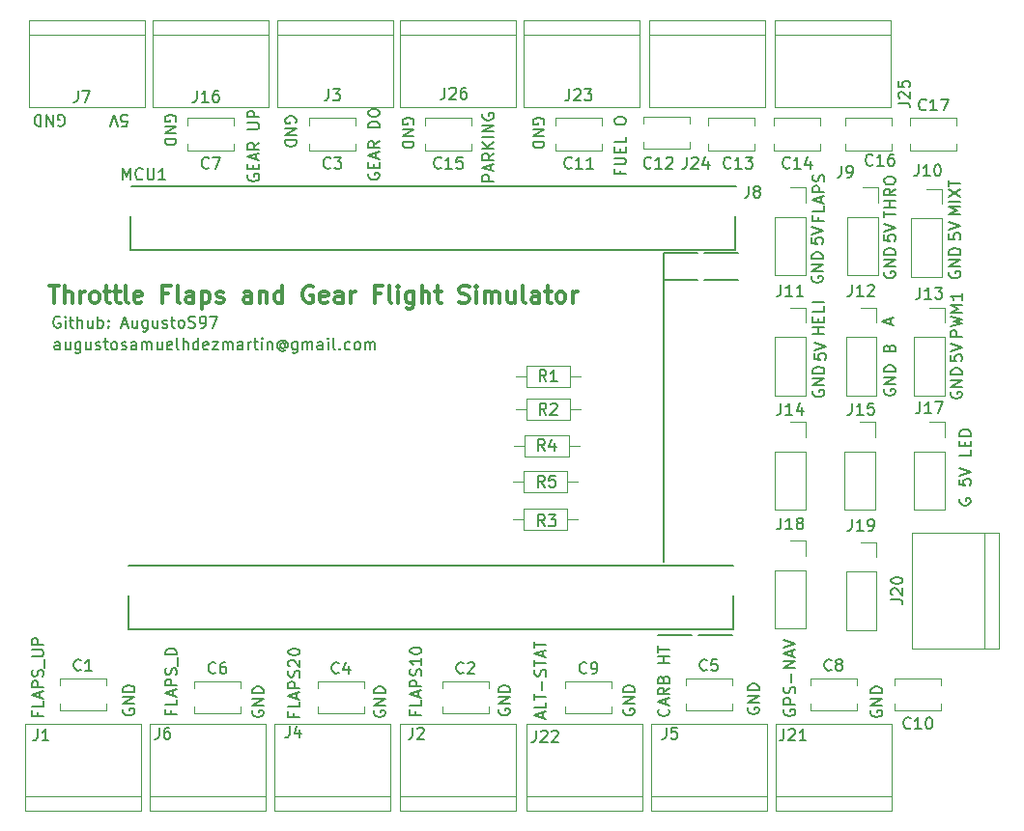
<source format=gbr>
%TF.GenerationSoftware,KiCad,Pcbnew,(5.1.10)-1*%
%TF.CreationDate,2021-10-09T22:27:19+01:00*%
%TF.ProjectId,flaps-throttle-pcb,666c6170-732d-4746-9872-6f74746c652d,rev?*%
%TF.SameCoordinates,Original*%
%TF.FileFunction,Legend,Top*%
%TF.FilePolarity,Positive*%
%FSLAX46Y46*%
G04 Gerber Fmt 4.6, Leading zero omitted, Abs format (unit mm)*
G04 Created by KiCad (PCBNEW (5.1.10)-1) date 2021-10-09 22:27:19*
%MOMM*%
%LPD*%
G01*
G04 APERTURE LIST*
%ADD10C,0.150000*%
%ADD11C,0.200000*%
%ADD12C,0.300000*%
%ADD13C,0.120000*%
G04 APERTURE END LIST*
D10*
X173299380Y-78715952D02*
X172299380Y-78715952D01*
X172299380Y-78335000D01*
X172347000Y-78239761D01*
X172394619Y-78192142D01*
X172489857Y-78144523D01*
X172632714Y-78144523D01*
X172727952Y-78192142D01*
X172775571Y-78239761D01*
X172823190Y-78335000D01*
X172823190Y-78715952D01*
X172299380Y-77811190D02*
X173299380Y-77573095D01*
X172585095Y-77382619D01*
X173299380Y-77192142D01*
X172299380Y-76954047D01*
X173299380Y-76573095D02*
X172299380Y-76573095D01*
X173013666Y-76239761D01*
X172299380Y-75906428D01*
X173299380Y-75906428D01*
X173299380Y-74906428D02*
X173299380Y-75477857D01*
X173299380Y-75192142D02*
X172299380Y-75192142D01*
X172442238Y-75287380D01*
X172537476Y-75382619D01*
X172585095Y-75477857D01*
X172299380Y-80327476D02*
X172299380Y-80803666D01*
X172775571Y-80851285D01*
X172727952Y-80803666D01*
X172680333Y-80708428D01*
X172680333Y-80470333D01*
X172727952Y-80375095D01*
X172775571Y-80327476D01*
X172870809Y-80279857D01*
X173108904Y-80279857D01*
X173204142Y-80327476D01*
X173251761Y-80375095D01*
X173299380Y-80470333D01*
X173299380Y-80708428D01*
X173251761Y-80803666D01*
X173204142Y-80851285D01*
X172299380Y-79994142D02*
X173299380Y-79660809D01*
X172299380Y-79327476D01*
X172347000Y-83565904D02*
X172299380Y-83661142D01*
X172299380Y-83804000D01*
X172347000Y-83946857D01*
X172442238Y-84042095D01*
X172537476Y-84089714D01*
X172727952Y-84137333D01*
X172870809Y-84137333D01*
X173061285Y-84089714D01*
X173156523Y-84042095D01*
X173251761Y-83946857D01*
X173299380Y-83804000D01*
X173299380Y-83708761D01*
X173251761Y-83565904D01*
X173204142Y-83518285D01*
X172870809Y-83518285D01*
X172870809Y-83708761D01*
X173299380Y-83089714D02*
X172299380Y-83089714D01*
X173299380Y-82518285D01*
X172299380Y-82518285D01*
X173299380Y-82042095D02*
X172299380Y-82042095D01*
X172299380Y-81804000D01*
X172347000Y-81661142D01*
X172442238Y-81565904D01*
X172537476Y-81518285D01*
X172727952Y-81470666D01*
X172870809Y-81470666D01*
X173061285Y-81518285D01*
X173156523Y-81565904D01*
X173251761Y-81661142D01*
X173299380Y-81804000D01*
X173299380Y-82042095D01*
X173172380Y-67976571D02*
X172172380Y-67976571D01*
X172886666Y-67643238D01*
X172172380Y-67309904D01*
X173172380Y-67309904D01*
X173172380Y-66833714D02*
X172172380Y-66833714D01*
X172172380Y-66452761D02*
X173172380Y-65786095D01*
X172172380Y-65786095D02*
X173172380Y-66452761D01*
X172172380Y-65548000D02*
X172172380Y-64976571D01*
X173172380Y-65262285D02*
X172172380Y-65262285D01*
X172172380Y-69659476D02*
X172172380Y-70135666D01*
X172648571Y-70183285D01*
X172600952Y-70135666D01*
X172553333Y-70040428D01*
X172553333Y-69802333D01*
X172600952Y-69707095D01*
X172648571Y-69659476D01*
X172743809Y-69611857D01*
X172981904Y-69611857D01*
X173077142Y-69659476D01*
X173124761Y-69707095D01*
X173172380Y-69802333D01*
X173172380Y-70040428D01*
X173124761Y-70135666D01*
X173077142Y-70183285D01*
X172172380Y-69326142D02*
X173172380Y-68992809D01*
X172172380Y-68659476D01*
X172220000Y-73024904D02*
X172172380Y-73120142D01*
X172172380Y-73263000D01*
X172220000Y-73405857D01*
X172315238Y-73501095D01*
X172410476Y-73548714D01*
X172600952Y-73596333D01*
X172743809Y-73596333D01*
X172934285Y-73548714D01*
X173029523Y-73501095D01*
X173124761Y-73405857D01*
X173172380Y-73263000D01*
X173172380Y-73167761D01*
X173124761Y-73024904D01*
X173077142Y-72977285D01*
X172743809Y-72977285D01*
X172743809Y-73167761D01*
X173172380Y-72548714D02*
X172172380Y-72548714D01*
X173172380Y-71977285D01*
X172172380Y-71977285D01*
X173172380Y-71501095D02*
X172172380Y-71501095D01*
X172172380Y-71263000D01*
X172220000Y-71120142D01*
X172315238Y-71024904D01*
X172410476Y-70977285D01*
X172600952Y-70929666D01*
X172743809Y-70929666D01*
X172934285Y-70977285D01*
X173029523Y-71024904D01*
X173124761Y-71120142D01*
X173172380Y-71263000D01*
X173172380Y-71501095D01*
X166457380Y-68254333D02*
X166457380Y-67682904D01*
X167457380Y-67968619D02*
X166457380Y-67968619D01*
X167457380Y-67349571D02*
X166457380Y-67349571D01*
X166933571Y-67349571D02*
X166933571Y-66778142D01*
X167457380Y-66778142D02*
X166457380Y-66778142D01*
X167457380Y-65730523D02*
X166981190Y-66063857D01*
X167457380Y-66301952D02*
X166457380Y-66301952D01*
X166457380Y-65921000D01*
X166505000Y-65825761D01*
X166552619Y-65778142D01*
X166647857Y-65730523D01*
X166790714Y-65730523D01*
X166885952Y-65778142D01*
X166933571Y-65825761D01*
X166981190Y-65921000D01*
X166981190Y-66301952D01*
X166457380Y-65111476D02*
X166457380Y-64921000D01*
X166505000Y-64825761D01*
X166600238Y-64730523D01*
X166790714Y-64682904D01*
X167124047Y-64682904D01*
X167314523Y-64730523D01*
X167409761Y-64825761D01*
X167457380Y-64921000D01*
X167457380Y-65111476D01*
X167409761Y-65206714D01*
X167314523Y-65301952D01*
X167124047Y-65349571D01*
X166790714Y-65349571D01*
X166600238Y-65301952D01*
X166505000Y-65206714D01*
X166457380Y-65111476D01*
X166457380Y-69786476D02*
X166457380Y-70262666D01*
X166933571Y-70310285D01*
X166885952Y-70262666D01*
X166838333Y-70167428D01*
X166838333Y-69929333D01*
X166885952Y-69834095D01*
X166933571Y-69786476D01*
X167028809Y-69738857D01*
X167266904Y-69738857D01*
X167362142Y-69786476D01*
X167409761Y-69834095D01*
X167457380Y-69929333D01*
X167457380Y-70167428D01*
X167409761Y-70262666D01*
X167362142Y-70310285D01*
X166457380Y-69453142D02*
X167457380Y-69119809D01*
X166457380Y-68786476D01*
X166505000Y-73024904D02*
X166457380Y-73120142D01*
X166457380Y-73263000D01*
X166505000Y-73405857D01*
X166600238Y-73501095D01*
X166695476Y-73548714D01*
X166885952Y-73596333D01*
X167028809Y-73596333D01*
X167219285Y-73548714D01*
X167314523Y-73501095D01*
X167409761Y-73405857D01*
X167457380Y-73263000D01*
X167457380Y-73167761D01*
X167409761Y-73024904D01*
X167362142Y-72977285D01*
X167028809Y-72977285D01*
X167028809Y-73167761D01*
X167457380Y-72548714D02*
X166457380Y-72548714D01*
X167457380Y-71977285D01*
X166457380Y-71977285D01*
X167457380Y-71501095D02*
X166457380Y-71501095D01*
X166457380Y-71263000D01*
X166505000Y-71120142D01*
X166600238Y-71024904D01*
X166695476Y-70977285D01*
X166885952Y-70929666D01*
X167028809Y-70929666D01*
X167219285Y-70977285D01*
X167314523Y-71024904D01*
X167409761Y-71120142D01*
X167457380Y-71263000D01*
X167457380Y-71501095D01*
X160155000Y-73405904D02*
X160107380Y-73501142D01*
X160107380Y-73644000D01*
X160155000Y-73786857D01*
X160250238Y-73882095D01*
X160345476Y-73929714D01*
X160535952Y-73977333D01*
X160678809Y-73977333D01*
X160869285Y-73929714D01*
X160964523Y-73882095D01*
X161059761Y-73786857D01*
X161107380Y-73644000D01*
X161107380Y-73548761D01*
X161059761Y-73405904D01*
X161012142Y-73358285D01*
X160678809Y-73358285D01*
X160678809Y-73548761D01*
X161107380Y-72929714D02*
X160107380Y-72929714D01*
X161107380Y-72358285D01*
X160107380Y-72358285D01*
X161107380Y-71882095D02*
X160107380Y-71882095D01*
X160107380Y-71644000D01*
X160155000Y-71501142D01*
X160250238Y-71405904D01*
X160345476Y-71358285D01*
X160535952Y-71310666D01*
X160678809Y-71310666D01*
X160869285Y-71358285D01*
X160964523Y-71405904D01*
X161059761Y-71501142D01*
X161107380Y-71644000D01*
X161107380Y-71882095D01*
X160107380Y-70040476D02*
X160107380Y-70516666D01*
X160583571Y-70564285D01*
X160535952Y-70516666D01*
X160488333Y-70421428D01*
X160488333Y-70183333D01*
X160535952Y-70088095D01*
X160583571Y-70040476D01*
X160678809Y-69992857D01*
X160916904Y-69992857D01*
X161012142Y-70040476D01*
X161059761Y-70088095D01*
X161107380Y-70183333D01*
X161107380Y-70421428D01*
X161059761Y-70516666D01*
X161012142Y-70564285D01*
X160107380Y-69707142D02*
X161107380Y-69373809D01*
X160107380Y-69040476D01*
X160710571Y-68214666D02*
X160710571Y-68548000D01*
X161234380Y-68548000D02*
X160234380Y-68548000D01*
X160234380Y-68071809D01*
X161234380Y-67214666D02*
X161234380Y-67690857D01*
X160234380Y-67690857D01*
X160948666Y-66928952D02*
X160948666Y-66452761D01*
X161234380Y-67024190D02*
X160234380Y-66690857D01*
X161234380Y-66357523D01*
X161234380Y-66024190D02*
X160234380Y-66024190D01*
X160234380Y-65643238D01*
X160282000Y-65548000D01*
X160329619Y-65500380D01*
X160424857Y-65452761D01*
X160567714Y-65452761D01*
X160662952Y-65500380D01*
X160710571Y-65548000D01*
X160758190Y-65643238D01*
X160758190Y-66024190D01*
X161186761Y-65071809D02*
X161234380Y-64928952D01*
X161234380Y-64690857D01*
X161186761Y-64595619D01*
X161139142Y-64548000D01*
X161043904Y-64500380D01*
X160948666Y-64500380D01*
X160853428Y-64548000D01*
X160805809Y-64595619D01*
X160758190Y-64690857D01*
X160710571Y-64881333D01*
X160662952Y-64976571D01*
X160615333Y-65024190D01*
X160520095Y-65071809D01*
X160424857Y-65071809D01*
X160329619Y-65024190D01*
X160282000Y-64976571D01*
X160234380Y-64881333D01*
X160234380Y-64643238D01*
X160282000Y-64500380D01*
X160282000Y-83438904D02*
X160234380Y-83534142D01*
X160234380Y-83677000D01*
X160282000Y-83819857D01*
X160377238Y-83915095D01*
X160472476Y-83962714D01*
X160662952Y-84010333D01*
X160805809Y-84010333D01*
X160996285Y-83962714D01*
X161091523Y-83915095D01*
X161186761Y-83819857D01*
X161234380Y-83677000D01*
X161234380Y-83581761D01*
X161186761Y-83438904D01*
X161139142Y-83391285D01*
X160805809Y-83391285D01*
X160805809Y-83581761D01*
X161234380Y-82962714D02*
X160234380Y-82962714D01*
X161234380Y-82391285D01*
X160234380Y-82391285D01*
X161234380Y-81915095D02*
X160234380Y-81915095D01*
X160234380Y-81677000D01*
X160282000Y-81534142D01*
X160377238Y-81438904D01*
X160472476Y-81391285D01*
X160662952Y-81343666D01*
X160805809Y-81343666D01*
X160996285Y-81391285D01*
X161091523Y-81438904D01*
X161186761Y-81534142D01*
X161234380Y-81677000D01*
X161234380Y-81915095D01*
X160361380Y-80200476D02*
X160361380Y-80676666D01*
X160837571Y-80724285D01*
X160789952Y-80676666D01*
X160742333Y-80581428D01*
X160742333Y-80343333D01*
X160789952Y-80248095D01*
X160837571Y-80200476D01*
X160932809Y-80152857D01*
X161170904Y-80152857D01*
X161266142Y-80200476D01*
X161313761Y-80248095D01*
X161361380Y-80343333D01*
X161361380Y-80581428D01*
X161313761Y-80676666D01*
X161266142Y-80724285D01*
X160361380Y-79867142D02*
X161361380Y-79533809D01*
X160361380Y-79200476D01*
X161234380Y-78469952D02*
X160234380Y-78469952D01*
X160710571Y-78469952D02*
X160710571Y-77898523D01*
X161234380Y-77898523D02*
X160234380Y-77898523D01*
X160710571Y-77422333D02*
X160710571Y-77089000D01*
X161234380Y-76946142D02*
X161234380Y-77422333D01*
X160234380Y-77422333D01*
X160234380Y-76946142D01*
X161234380Y-76041380D02*
X161234380Y-76517571D01*
X160234380Y-76517571D01*
X161234380Y-75708047D02*
X160234380Y-75708047D01*
X166505000Y-83311904D02*
X166457380Y-83407142D01*
X166457380Y-83550000D01*
X166505000Y-83692857D01*
X166600238Y-83788095D01*
X166695476Y-83835714D01*
X166885952Y-83883333D01*
X167028809Y-83883333D01*
X167219285Y-83835714D01*
X167314523Y-83788095D01*
X167409761Y-83692857D01*
X167457380Y-83550000D01*
X167457380Y-83454761D01*
X167409761Y-83311904D01*
X167362142Y-83264285D01*
X167028809Y-83264285D01*
X167028809Y-83454761D01*
X167457380Y-82835714D02*
X166457380Y-82835714D01*
X167457380Y-82264285D01*
X166457380Y-82264285D01*
X167457380Y-81788095D02*
X166457380Y-81788095D01*
X166457380Y-81550000D01*
X166505000Y-81407142D01*
X166600238Y-81311904D01*
X166695476Y-81264285D01*
X166885952Y-81216666D01*
X167028809Y-81216666D01*
X167219285Y-81264285D01*
X167314523Y-81311904D01*
X167409761Y-81407142D01*
X167457380Y-81550000D01*
X167457380Y-81788095D01*
X166933571Y-79684571D02*
X166981190Y-79541714D01*
X167028809Y-79494095D01*
X167124047Y-79446476D01*
X167266904Y-79446476D01*
X167362142Y-79494095D01*
X167409761Y-79541714D01*
X167457380Y-79636952D01*
X167457380Y-80017904D01*
X166457380Y-80017904D01*
X166457380Y-79684571D01*
X166505000Y-79589333D01*
X166552619Y-79541714D01*
X166647857Y-79494095D01*
X166743095Y-79494095D01*
X166838333Y-79541714D01*
X166885952Y-79589333D01*
X166933571Y-79684571D01*
X166933571Y-80017904D01*
X167044666Y-77581095D02*
X167044666Y-77104904D01*
X167330380Y-77676333D02*
X166330380Y-77343000D01*
X167330380Y-77009666D01*
X136644000Y-60071095D02*
X136691619Y-59975857D01*
X136691619Y-59833000D01*
X136644000Y-59690142D01*
X136548761Y-59594904D01*
X136453523Y-59547285D01*
X136263047Y-59499666D01*
X136120190Y-59499666D01*
X135929714Y-59547285D01*
X135834476Y-59594904D01*
X135739238Y-59690142D01*
X135691619Y-59833000D01*
X135691619Y-59928238D01*
X135739238Y-60071095D01*
X135786857Y-60118714D01*
X136120190Y-60118714D01*
X136120190Y-59928238D01*
X135691619Y-60547285D02*
X136691619Y-60547285D01*
X135691619Y-61118714D01*
X136691619Y-61118714D01*
X135691619Y-61594904D02*
X136691619Y-61594904D01*
X136691619Y-61833000D01*
X136644000Y-61975857D01*
X136548761Y-62071095D01*
X136453523Y-62118714D01*
X136263047Y-62166333D01*
X136120190Y-62166333D01*
X135929714Y-62118714D01*
X135834476Y-62071095D01*
X135739238Y-61975857D01*
X135691619Y-61833000D01*
X135691619Y-61594904D01*
X125214000Y-60071095D02*
X125261619Y-59975857D01*
X125261619Y-59833000D01*
X125214000Y-59690142D01*
X125118761Y-59594904D01*
X125023523Y-59547285D01*
X124833047Y-59499666D01*
X124690190Y-59499666D01*
X124499714Y-59547285D01*
X124404476Y-59594904D01*
X124309238Y-59690142D01*
X124261619Y-59833000D01*
X124261619Y-59928238D01*
X124309238Y-60071095D01*
X124356857Y-60118714D01*
X124690190Y-60118714D01*
X124690190Y-59928238D01*
X124261619Y-60547285D02*
X125261619Y-60547285D01*
X124261619Y-61118714D01*
X125261619Y-61118714D01*
X124261619Y-61594904D02*
X125261619Y-61594904D01*
X125261619Y-61833000D01*
X125214000Y-61975857D01*
X125118761Y-62071095D01*
X125023523Y-62118714D01*
X124833047Y-62166333D01*
X124690190Y-62166333D01*
X124499714Y-62118714D01*
X124404476Y-62071095D01*
X124309238Y-61975857D01*
X124261619Y-61833000D01*
X124261619Y-61594904D01*
X114927000Y-59944095D02*
X114974619Y-59848857D01*
X114974619Y-59706000D01*
X114927000Y-59563142D01*
X114831761Y-59467904D01*
X114736523Y-59420285D01*
X114546047Y-59372666D01*
X114403190Y-59372666D01*
X114212714Y-59420285D01*
X114117476Y-59467904D01*
X114022238Y-59563142D01*
X113974619Y-59706000D01*
X113974619Y-59801238D01*
X114022238Y-59944095D01*
X114069857Y-59991714D01*
X114403190Y-59991714D01*
X114403190Y-59801238D01*
X113974619Y-60420285D02*
X114974619Y-60420285D01*
X113974619Y-60991714D01*
X114974619Y-60991714D01*
X113974619Y-61467904D02*
X114974619Y-61467904D01*
X114974619Y-61706000D01*
X114927000Y-61848857D01*
X114831761Y-61944095D01*
X114736523Y-61991714D01*
X114546047Y-62039333D01*
X114403190Y-62039333D01*
X114212714Y-61991714D01*
X114117476Y-61944095D01*
X114022238Y-61848857D01*
X113974619Y-61706000D01*
X113974619Y-61467904D01*
X104386000Y-59817095D02*
X104433619Y-59721857D01*
X104433619Y-59579000D01*
X104386000Y-59436142D01*
X104290761Y-59340904D01*
X104195523Y-59293285D01*
X104005047Y-59245666D01*
X103862190Y-59245666D01*
X103671714Y-59293285D01*
X103576476Y-59340904D01*
X103481238Y-59436142D01*
X103433619Y-59579000D01*
X103433619Y-59674238D01*
X103481238Y-59817095D01*
X103528857Y-59864714D01*
X103862190Y-59864714D01*
X103862190Y-59674238D01*
X103433619Y-60293285D02*
X104433619Y-60293285D01*
X103433619Y-60864714D01*
X104433619Y-60864714D01*
X103433619Y-61340904D02*
X104433619Y-61340904D01*
X104433619Y-61579000D01*
X104386000Y-61721857D01*
X104290761Y-61817095D01*
X104195523Y-61864714D01*
X104005047Y-61912333D01*
X103862190Y-61912333D01*
X103671714Y-61864714D01*
X103576476Y-61817095D01*
X103481238Y-61721857D01*
X103433619Y-61579000D01*
X103433619Y-61340904D01*
X165362000Y-111505904D02*
X165314380Y-111601142D01*
X165314380Y-111744000D01*
X165362000Y-111886857D01*
X165457238Y-111982095D01*
X165552476Y-112029714D01*
X165742952Y-112077333D01*
X165885809Y-112077333D01*
X166076285Y-112029714D01*
X166171523Y-111982095D01*
X166266761Y-111886857D01*
X166314380Y-111744000D01*
X166314380Y-111648761D01*
X166266761Y-111505904D01*
X166219142Y-111458285D01*
X165885809Y-111458285D01*
X165885809Y-111648761D01*
X166314380Y-111029714D02*
X165314380Y-111029714D01*
X166314380Y-110458285D01*
X165314380Y-110458285D01*
X166314380Y-109982095D02*
X165314380Y-109982095D01*
X165314380Y-109744000D01*
X165362000Y-109601142D01*
X165457238Y-109505904D01*
X165552476Y-109458285D01*
X165742952Y-109410666D01*
X165885809Y-109410666D01*
X166076285Y-109458285D01*
X166171523Y-109505904D01*
X166266761Y-109601142D01*
X166314380Y-109744000D01*
X166314380Y-109982095D01*
X154567000Y-111251904D02*
X154519380Y-111347142D01*
X154519380Y-111490000D01*
X154567000Y-111632857D01*
X154662238Y-111728095D01*
X154757476Y-111775714D01*
X154947952Y-111823333D01*
X155090809Y-111823333D01*
X155281285Y-111775714D01*
X155376523Y-111728095D01*
X155471761Y-111632857D01*
X155519380Y-111490000D01*
X155519380Y-111394761D01*
X155471761Y-111251904D01*
X155424142Y-111204285D01*
X155090809Y-111204285D01*
X155090809Y-111394761D01*
X155519380Y-110775714D02*
X154519380Y-110775714D01*
X155519380Y-110204285D01*
X154519380Y-110204285D01*
X155519380Y-109728095D02*
X154519380Y-109728095D01*
X154519380Y-109490000D01*
X154567000Y-109347142D01*
X154662238Y-109251904D01*
X154757476Y-109204285D01*
X154947952Y-109156666D01*
X155090809Y-109156666D01*
X155281285Y-109204285D01*
X155376523Y-109251904D01*
X155471761Y-109347142D01*
X155519380Y-109490000D01*
X155519380Y-109728095D01*
X143645000Y-111378904D02*
X143597380Y-111474142D01*
X143597380Y-111617000D01*
X143645000Y-111759857D01*
X143740238Y-111855095D01*
X143835476Y-111902714D01*
X144025952Y-111950333D01*
X144168809Y-111950333D01*
X144359285Y-111902714D01*
X144454523Y-111855095D01*
X144549761Y-111759857D01*
X144597380Y-111617000D01*
X144597380Y-111521761D01*
X144549761Y-111378904D01*
X144502142Y-111331285D01*
X144168809Y-111331285D01*
X144168809Y-111521761D01*
X144597380Y-110902714D02*
X143597380Y-110902714D01*
X144597380Y-110331285D01*
X143597380Y-110331285D01*
X144597380Y-109855095D02*
X143597380Y-109855095D01*
X143597380Y-109617000D01*
X143645000Y-109474142D01*
X143740238Y-109378904D01*
X143835476Y-109331285D01*
X144025952Y-109283666D01*
X144168809Y-109283666D01*
X144359285Y-109331285D01*
X144454523Y-109378904D01*
X144549761Y-109474142D01*
X144597380Y-109617000D01*
X144597380Y-109855095D01*
X132723000Y-111378904D02*
X132675380Y-111474142D01*
X132675380Y-111617000D01*
X132723000Y-111759857D01*
X132818238Y-111855095D01*
X132913476Y-111902714D01*
X133103952Y-111950333D01*
X133246809Y-111950333D01*
X133437285Y-111902714D01*
X133532523Y-111855095D01*
X133627761Y-111759857D01*
X133675380Y-111617000D01*
X133675380Y-111521761D01*
X133627761Y-111378904D01*
X133580142Y-111331285D01*
X133246809Y-111331285D01*
X133246809Y-111521761D01*
X133675380Y-110902714D02*
X132675380Y-110902714D01*
X133675380Y-110331285D01*
X132675380Y-110331285D01*
X133675380Y-109855095D02*
X132675380Y-109855095D01*
X132675380Y-109617000D01*
X132723000Y-109474142D01*
X132818238Y-109378904D01*
X132913476Y-109331285D01*
X133103952Y-109283666D01*
X133246809Y-109283666D01*
X133437285Y-109331285D01*
X133532523Y-109378904D01*
X133627761Y-109474142D01*
X133675380Y-109617000D01*
X133675380Y-109855095D01*
X121801000Y-111505904D02*
X121753380Y-111601142D01*
X121753380Y-111744000D01*
X121801000Y-111886857D01*
X121896238Y-111982095D01*
X121991476Y-112029714D01*
X122181952Y-112077333D01*
X122324809Y-112077333D01*
X122515285Y-112029714D01*
X122610523Y-111982095D01*
X122705761Y-111886857D01*
X122753380Y-111744000D01*
X122753380Y-111648761D01*
X122705761Y-111505904D01*
X122658142Y-111458285D01*
X122324809Y-111458285D01*
X122324809Y-111648761D01*
X122753380Y-111029714D02*
X121753380Y-111029714D01*
X122753380Y-110458285D01*
X121753380Y-110458285D01*
X122753380Y-109982095D02*
X121753380Y-109982095D01*
X121753380Y-109744000D01*
X121801000Y-109601142D01*
X121896238Y-109505904D01*
X121991476Y-109458285D01*
X122181952Y-109410666D01*
X122324809Y-109410666D01*
X122515285Y-109458285D01*
X122610523Y-109505904D01*
X122705761Y-109601142D01*
X122753380Y-109744000D01*
X122753380Y-109982095D01*
X111133000Y-111505904D02*
X111085380Y-111601142D01*
X111085380Y-111744000D01*
X111133000Y-111886857D01*
X111228238Y-111982095D01*
X111323476Y-112029714D01*
X111513952Y-112077333D01*
X111656809Y-112077333D01*
X111847285Y-112029714D01*
X111942523Y-111982095D01*
X112037761Y-111886857D01*
X112085380Y-111744000D01*
X112085380Y-111648761D01*
X112037761Y-111505904D01*
X111990142Y-111458285D01*
X111656809Y-111458285D01*
X111656809Y-111648761D01*
X112085380Y-111029714D02*
X111085380Y-111029714D01*
X112085380Y-110458285D01*
X111085380Y-110458285D01*
X112085380Y-109982095D02*
X111085380Y-109982095D01*
X111085380Y-109744000D01*
X111133000Y-109601142D01*
X111228238Y-109505904D01*
X111323476Y-109458285D01*
X111513952Y-109410666D01*
X111656809Y-109410666D01*
X111847285Y-109458285D01*
X111942523Y-109505904D01*
X112037761Y-109601142D01*
X112085380Y-109744000D01*
X112085380Y-109982095D01*
X94227761Y-79827380D02*
X94227761Y-79303571D01*
X94180142Y-79208333D01*
X94084904Y-79160714D01*
X93894428Y-79160714D01*
X93799190Y-79208333D01*
X94227761Y-79779761D02*
X94132523Y-79827380D01*
X93894428Y-79827380D01*
X93799190Y-79779761D01*
X93751571Y-79684523D01*
X93751571Y-79589285D01*
X93799190Y-79494047D01*
X93894428Y-79446428D01*
X94132523Y-79446428D01*
X94227761Y-79398809D01*
X95132523Y-79160714D02*
X95132523Y-79827380D01*
X94703952Y-79160714D02*
X94703952Y-79684523D01*
X94751571Y-79779761D01*
X94846809Y-79827380D01*
X94989666Y-79827380D01*
X95084904Y-79779761D01*
X95132523Y-79732142D01*
X96037285Y-79160714D02*
X96037285Y-79970238D01*
X95989666Y-80065476D01*
X95942047Y-80113095D01*
X95846809Y-80160714D01*
X95703952Y-80160714D01*
X95608714Y-80113095D01*
X96037285Y-79779761D02*
X95942047Y-79827380D01*
X95751571Y-79827380D01*
X95656333Y-79779761D01*
X95608714Y-79732142D01*
X95561095Y-79636904D01*
X95561095Y-79351190D01*
X95608714Y-79255952D01*
X95656333Y-79208333D01*
X95751571Y-79160714D01*
X95942047Y-79160714D01*
X96037285Y-79208333D01*
X96942047Y-79160714D02*
X96942047Y-79827380D01*
X96513476Y-79160714D02*
X96513476Y-79684523D01*
X96561095Y-79779761D01*
X96656333Y-79827380D01*
X96799190Y-79827380D01*
X96894428Y-79779761D01*
X96942047Y-79732142D01*
X97370619Y-79779761D02*
X97465857Y-79827380D01*
X97656333Y-79827380D01*
X97751571Y-79779761D01*
X97799190Y-79684523D01*
X97799190Y-79636904D01*
X97751571Y-79541666D01*
X97656333Y-79494047D01*
X97513476Y-79494047D01*
X97418238Y-79446428D01*
X97370619Y-79351190D01*
X97370619Y-79303571D01*
X97418238Y-79208333D01*
X97513476Y-79160714D01*
X97656333Y-79160714D01*
X97751571Y-79208333D01*
X98084904Y-79160714D02*
X98465857Y-79160714D01*
X98227761Y-78827380D02*
X98227761Y-79684523D01*
X98275380Y-79779761D01*
X98370619Y-79827380D01*
X98465857Y-79827380D01*
X98942047Y-79827380D02*
X98846809Y-79779761D01*
X98799190Y-79732142D01*
X98751571Y-79636904D01*
X98751571Y-79351190D01*
X98799190Y-79255952D01*
X98846809Y-79208333D01*
X98942047Y-79160714D01*
X99084904Y-79160714D01*
X99180142Y-79208333D01*
X99227761Y-79255952D01*
X99275380Y-79351190D01*
X99275380Y-79636904D01*
X99227761Y-79732142D01*
X99180142Y-79779761D01*
X99084904Y-79827380D01*
X98942047Y-79827380D01*
X99656333Y-79779761D02*
X99751571Y-79827380D01*
X99942047Y-79827380D01*
X100037285Y-79779761D01*
X100084904Y-79684523D01*
X100084904Y-79636904D01*
X100037285Y-79541666D01*
X99942047Y-79494047D01*
X99799190Y-79494047D01*
X99703952Y-79446428D01*
X99656333Y-79351190D01*
X99656333Y-79303571D01*
X99703952Y-79208333D01*
X99799190Y-79160714D01*
X99942047Y-79160714D01*
X100037285Y-79208333D01*
X100942047Y-79827380D02*
X100942047Y-79303571D01*
X100894428Y-79208333D01*
X100799190Y-79160714D01*
X100608714Y-79160714D01*
X100513476Y-79208333D01*
X100942047Y-79779761D02*
X100846809Y-79827380D01*
X100608714Y-79827380D01*
X100513476Y-79779761D01*
X100465857Y-79684523D01*
X100465857Y-79589285D01*
X100513476Y-79494047D01*
X100608714Y-79446428D01*
X100846809Y-79446428D01*
X100942047Y-79398809D01*
X101418238Y-79827380D02*
X101418238Y-79160714D01*
X101418238Y-79255952D02*
X101465857Y-79208333D01*
X101561095Y-79160714D01*
X101703952Y-79160714D01*
X101799190Y-79208333D01*
X101846809Y-79303571D01*
X101846809Y-79827380D01*
X101846809Y-79303571D02*
X101894428Y-79208333D01*
X101989666Y-79160714D01*
X102132523Y-79160714D01*
X102227761Y-79208333D01*
X102275380Y-79303571D01*
X102275380Y-79827380D01*
X103180142Y-79160714D02*
X103180142Y-79827380D01*
X102751571Y-79160714D02*
X102751571Y-79684523D01*
X102799190Y-79779761D01*
X102894428Y-79827380D01*
X103037285Y-79827380D01*
X103132523Y-79779761D01*
X103180142Y-79732142D01*
X104037285Y-79779761D02*
X103942047Y-79827380D01*
X103751571Y-79827380D01*
X103656333Y-79779761D01*
X103608714Y-79684523D01*
X103608714Y-79303571D01*
X103656333Y-79208333D01*
X103751571Y-79160714D01*
X103942047Y-79160714D01*
X104037285Y-79208333D01*
X104084904Y-79303571D01*
X104084904Y-79398809D01*
X103608714Y-79494047D01*
X104656333Y-79827380D02*
X104561095Y-79779761D01*
X104513476Y-79684523D01*
X104513476Y-78827380D01*
X105037285Y-79827380D02*
X105037285Y-78827380D01*
X105465857Y-79827380D02*
X105465857Y-79303571D01*
X105418238Y-79208333D01*
X105323000Y-79160714D01*
X105180142Y-79160714D01*
X105084904Y-79208333D01*
X105037285Y-79255952D01*
X106370619Y-79827380D02*
X106370619Y-78827380D01*
X106370619Y-79779761D02*
X106275380Y-79827380D01*
X106084904Y-79827380D01*
X105989666Y-79779761D01*
X105942047Y-79732142D01*
X105894428Y-79636904D01*
X105894428Y-79351190D01*
X105942047Y-79255952D01*
X105989666Y-79208333D01*
X106084904Y-79160714D01*
X106275380Y-79160714D01*
X106370619Y-79208333D01*
X107227761Y-79779761D02*
X107132523Y-79827380D01*
X106942047Y-79827380D01*
X106846809Y-79779761D01*
X106799190Y-79684523D01*
X106799190Y-79303571D01*
X106846809Y-79208333D01*
X106942047Y-79160714D01*
X107132523Y-79160714D01*
X107227761Y-79208333D01*
X107275380Y-79303571D01*
X107275380Y-79398809D01*
X106799190Y-79494047D01*
X107608714Y-79160714D02*
X108132523Y-79160714D01*
X107608714Y-79827380D01*
X108132523Y-79827380D01*
X108513476Y-79827380D02*
X108513476Y-79160714D01*
X108513476Y-79255952D02*
X108561095Y-79208333D01*
X108656333Y-79160714D01*
X108799190Y-79160714D01*
X108894428Y-79208333D01*
X108942047Y-79303571D01*
X108942047Y-79827380D01*
X108942047Y-79303571D02*
X108989666Y-79208333D01*
X109084904Y-79160714D01*
X109227761Y-79160714D01*
X109323000Y-79208333D01*
X109370619Y-79303571D01*
X109370619Y-79827380D01*
X110275380Y-79827380D02*
X110275380Y-79303571D01*
X110227761Y-79208333D01*
X110132523Y-79160714D01*
X109942047Y-79160714D01*
X109846809Y-79208333D01*
X110275380Y-79779761D02*
X110180142Y-79827380D01*
X109942047Y-79827380D01*
X109846809Y-79779761D01*
X109799190Y-79684523D01*
X109799190Y-79589285D01*
X109846809Y-79494047D01*
X109942047Y-79446428D01*
X110180142Y-79446428D01*
X110275380Y-79398809D01*
X110751571Y-79827380D02*
X110751571Y-79160714D01*
X110751571Y-79351190D02*
X110799190Y-79255952D01*
X110846809Y-79208333D01*
X110942047Y-79160714D01*
X111037285Y-79160714D01*
X111227761Y-79160714D02*
X111608714Y-79160714D01*
X111370619Y-78827380D02*
X111370619Y-79684523D01*
X111418238Y-79779761D01*
X111513476Y-79827380D01*
X111608714Y-79827380D01*
X111942047Y-79827380D02*
X111942047Y-79160714D01*
X111942047Y-78827380D02*
X111894428Y-78875000D01*
X111942047Y-78922619D01*
X111989666Y-78875000D01*
X111942047Y-78827380D01*
X111942047Y-78922619D01*
X112418238Y-79160714D02*
X112418238Y-79827380D01*
X112418238Y-79255952D02*
X112465857Y-79208333D01*
X112561095Y-79160714D01*
X112703952Y-79160714D01*
X112799190Y-79208333D01*
X112846809Y-79303571D01*
X112846809Y-79827380D01*
X113942047Y-79351190D02*
X113894428Y-79303571D01*
X113799190Y-79255952D01*
X113703952Y-79255952D01*
X113608714Y-79303571D01*
X113561095Y-79351190D01*
X113513476Y-79446428D01*
X113513476Y-79541666D01*
X113561095Y-79636904D01*
X113608714Y-79684523D01*
X113703952Y-79732142D01*
X113799190Y-79732142D01*
X113894428Y-79684523D01*
X113942047Y-79636904D01*
X113942047Y-79255952D02*
X113942047Y-79636904D01*
X113989666Y-79684523D01*
X114037285Y-79684523D01*
X114132523Y-79636904D01*
X114180142Y-79541666D01*
X114180142Y-79303571D01*
X114084904Y-79160714D01*
X113942047Y-79065476D01*
X113751571Y-79017857D01*
X113561095Y-79065476D01*
X113418238Y-79160714D01*
X113323000Y-79303571D01*
X113275380Y-79494047D01*
X113323000Y-79684523D01*
X113418238Y-79827380D01*
X113561095Y-79922619D01*
X113751571Y-79970238D01*
X113942047Y-79922619D01*
X114084904Y-79827380D01*
X115037285Y-79160714D02*
X115037285Y-79970238D01*
X114989666Y-80065476D01*
X114942047Y-80113095D01*
X114846809Y-80160714D01*
X114703952Y-80160714D01*
X114608714Y-80113095D01*
X115037285Y-79779761D02*
X114942047Y-79827380D01*
X114751571Y-79827380D01*
X114656333Y-79779761D01*
X114608714Y-79732142D01*
X114561095Y-79636904D01*
X114561095Y-79351190D01*
X114608714Y-79255952D01*
X114656333Y-79208333D01*
X114751571Y-79160714D01*
X114942047Y-79160714D01*
X115037285Y-79208333D01*
X115513476Y-79827380D02*
X115513476Y-79160714D01*
X115513476Y-79255952D02*
X115561095Y-79208333D01*
X115656333Y-79160714D01*
X115799190Y-79160714D01*
X115894428Y-79208333D01*
X115942047Y-79303571D01*
X115942047Y-79827380D01*
X115942047Y-79303571D02*
X115989666Y-79208333D01*
X116084904Y-79160714D01*
X116227761Y-79160714D01*
X116323000Y-79208333D01*
X116370619Y-79303571D01*
X116370619Y-79827380D01*
X117275380Y-79827380D02*
X117275380Y-79303571D01*
X117227761Y-79208333D01*
X117132523Y-79160714D01*
X116942047Y-79160714D01*
X116846809Y-79208333D01*
X117275380Y-79779761D02*
X117180142Y-79827380D01*
X116942047Y-79827380D01*
X116846809Y-79779761D01*
X116799190Y-79684523D01*
X116799190Y-79589285D01*
X116846809Y-79494047D01*
X116942047Y-79446428D01*
X117180142Y-79446428D01*
X117275380Y-79398809D01*
X117751571Y-79827380D02*
X117751571Y-79160714D01*
X117751571Y-78827380D02*
X117703952Y-78875000D01*
X117751571Y-78922619D01*
X117799190Y-78875000D01*
X117751571Y-78827380D01*
X117751571Y-78922619D01*
X118370619Y-79827380D02*
X118275380Y-79779761D01*
X118227761Y-79684523D01*
X118227761Y-78827380D01*
X118751571Y-79732142D02*
X118799190Y-79779761D01*
X118751571Y-79827380D01*
X118703952Y-79779761D01*
X118751571Y-79732142D01*
X118751571Y-79827380D01*
X119656333Y-79779761D02*
X119561095Y-79827380D01*
X119370619Y-79827380D01*
X119275380Y-79779761D01*
X119227761Y-79732142D01*
X119180142Y-79636904D01*
X119180142Y-79351190D01*
X119227761Y-79255952D01*
X119275380Y-79208333D01*
X119370619Y-79160714D01*
X119561095Y-79160714D01*
X119656333Y-79208333D01*
X120227761Y-79827380D02*
X120132523Y-79779761D01*
X120084904Y-79732142D01*
X120037285Y-79636904D01*
X120037285Y-79351190D01*
X120084904Y-79255952D01*
X120132523Y-79208333D01*
X120227761Y-79160714D01*
X120370619Y-79160714D01*
X120465857Y-79208333D01*
X120513476Y-79255952D01*
X120561095Y-79351190D01*
X120561095Y-79636904D01*
X120513476Y-79732142D01*
X120465857Y-79779761D01*
X120370619Y-79827380D01*
X120227761Y-79827380D01*
X120989666Y-79827380D02*
X120989666Y-79160714D01*
X120989666Y-79255952D02*
X121037285Y-79208333D01*
X121132523Y-79160714D01*
X121275380Y-79160714D01*
X121370619Y-79208333D01*
X121418238Y-79303571D01*
X121418238Y-79827380D01*
X121418238Y-79303571D02*
X121465857Y-79208333D01*
X121561095Y-79160714D01*
X121703952Y-79160714D01*
X121799190Y-79208333D01*
X121846809Y-79303571D01*
X121846809Y-79827380D01*
D11*
X94242761Y-76970000D02*
X94147523Y-76922380D01*
X94004666Y-76922380D01*
X93861809Y-76970000D01*
X93766571Y-77065238D01*
X93718952Y-77160476D01*
X93671333Y-77350952D01*
X93671333Y-77493809D01*
X93718952Y-77684285D01*
X93766571Y-77779523D01*
X93861809Y-77874761D01*
X94004666Y-77922380D01*
X94099904Y-77922380D01*
X94242761Y-77874761D01*
X94290380Y-77827142D01*
X94290380Y-77493809D01*
X94099904Y-77493809D01*
X94718952Y-77922380D02*
X94718952Y-77255714D01*
X94718952Y-76922380D02*
X94671333Y-76970000D01*
X94718952Y-77017619D01*
X94766571Y-76970000D01*
X94718952Y-76922380D01*
X94718952Y-77017619D01*
X95052285Y-77255714D02*
X95433238Y-77255714D01*
X95195142Y-76922380D02*
X95195142Y-77779523D01*
X95242761Y-77874761D01*
X95338000Y-77922380D01*
X95433238Y-77922380D01*
X95766571Y-77922380D02*
X95766571Y-76922380D01*
X96195142Y-77922380D02*
X96195142Y-77398571D01*
X96147523Y-77303333D01*
X96052285Y-77255714D01*
X95909428Y-77255714D01*
X95814190Y-77303333D01*
X95766571Y-77350952D01*
X97099904Y-77255714D02*
X97099904Y-77922380D01*
X96671333Y-77255714D02*
X96671333Y-77779523D01*
X96718952Y-77874761D01*
X96814190Y-77922380D01*
X96957047Y-77922380D01*
X97052285Y-77874761D01*
X97099904Y-77827142D01*
X97576095Y-77922380D02*
X97576095Y-76922380D01*
X97576095Y-77303333D02*
X97671333Y-77255714D01*
X97861809Y-77255714D01*
X97957047Y-77303333D01*
X98004666Y-77350952D01*
X98052285Y-77446190D01*
X98052285Y-77731904D01*
X98004666Y-77827142D01*
X97957047Y-77874761D01*
X97861809Y-77922380D01*
X97671333Y-77922380D01*
X97576095Y-77874761D01*
X98480857Y-77827142D02*
X98528476Y-77874761D01*
X98480857Y-77922380D01*
X98433238Y-77874761D01*
X98480857Y-77827142D01*
X98480857Y-77922380D01*
X98480857Y-77303333D02*
X98528476Y-77350952D01*
X98480857Y-77398571D01*
X98433238Y-77350952D01*
X98480857Y-77303333D01*
X98480857Y-77398571D01*
X99671333Y-77636666D02*
X100147523Y-77636666D01*
X99576095Y-77922380D02*
X99909428Y-76922380D01*
X100242761Y-77922380D01*
X101004666Y-77255714D02*
X101004666Y-77922380D01*
X100576095Y-77255714D02*
X100576095Y-77779523D01*
X100623714Y-77874761D01*
X100718952Y-77922380D01*
X100861809Y-77922380D01*
X100957047Y-77874761D01*
X101004666Y-77827142D01*
X101909428Y-77255714D02*
X101909428Y-78065238D01*
X101861809Y-78160476D01*
X101814190Y-78208095D01*
X101718952Y-78255714D01*
X101576095Y-78255714D01*
X101480857Y-78208095D01*
X101909428Y-77874761D02*
X101814190Y-77922380D01*
X101623714Y-77922380D01*
X101528476Y-77874761D01*
X101480857Y-77827142D01*
X101433238Y-77731904D01*
X101433238Y-77446190D01*
X101480857Y-77350952D01*
X101528476Y-77303333D01*
X101623714Y-77255714D01*
X101814190Y-77255714D01*
X101909428Y-77303333D01*
X102814190Y-77255714D02*
X102814190Y-77922380D01*
X102385619Y-77255714D02*
X102385619Y-77779523D01*
X102433238Y-77874761D01*
X102528476Y-77922380D01*
X102671333Y-77922380D01*
X102766571Y-77874761D01*
X102814190Y-77827142D01*
X103242761Y-77874761D02*
X103338000Y-77922380D01*
X103528476Y-77922380D01*
X103623714Y-77874761D01*
X103671333Y-77779523D01*
X103671333Y-77731904D01*
X103623714Y-77636666D01*
X103528476Y-77589047D01*
X103385619Y-77589047D01*
X103290380Y-77541428D01*
X103242761Y-77446190D01*
X103242761Y-77398571D01*
X103290380Y-77303333D01*
X103385619Y-77255714D01*
X103528476Y-77255714D01*
X103623714Y-77303333D01*
X103957047Y-77255714D02*
X104338000Y-77255714D01*
X104099904Y-76922380D02*
X104099904Y-77779523D01*
X104147523Y-77874761D01*
X104242761Y-77922380D01*
X104338000Y-77922380D01*
X104814190Y-77922380D02*
X104718952Y-77874761D01*
X104671333Y-77827142D01*
X104623714Y-77731904D01*
X104623714Y-77446190D01*
X104671333Y-77350952D01*
X104718952Y-77303333D01*
X104814190Y-77255714D01*
X104957047Y-77255714D01*
X105052285Y-77303333D01*
X105099904Y-77350952D01*
X105147523Y-77446190D01*
X105147523Y-77731904D01*
X105099904Y-77827142D01*
X105052285Y-77874761D01*
X104957047Y-77922380D01*
X104814190Y-77922380D01*
X105528476Y-77874761D02*
X105671333Y-77922380D01*
X105909428Y-77922380D01*
X106004666Y-77874761D01*
X106052285Y-77827142D01*
X106099904Y-77731904D01*
X106099904Y-77636666D01*
X106052285Y-77541428D01*
X106004666Y-77493809D01*
X105909428Y-77446190D01*
X105718952Y-77398571D01*
X105623714Y-77350952D01*
X105576095Y-77303333D01*
X105528476Y-77208095D01*
X105528476Y-77112857D01*
X105576095Y-77017619D01*
X105623714Y-76970000D01*
X105718952Y-76922380D01*
X105957047Y-76922380D01*
X106099904Y-76970000D01*
X106576095Y-77922380D02*
X106766571Y-77922380D01*
X106861809Y-77874761D01*
X106909428Y-77827142D01*
X107004666Y-77684285D01*
X107052285Y-77493809D01*
X107052285Y-77112857D01*
X107004666Y-77017619D01*
X106957047Y-76970000D01*
X106861809Y-76922380D01*
X106671333Y-76922380D01*
X106576095Y-76970000D01*
X106528476Y-77017619D01*
X106480857Y-77112857D01*
X106480857Y-77350952D01*
X106528476Y-77446190D01*
X106576095Y-77493809D01*
X106671333Y-77541428D01*
X106861809Y-77541428D01*
X106957047Y-77493809D01*
X107004666Y-77446190D01*
X107052285Y-77350952D01*
X107385619Y-76922380D02*
X108052285Y-76922380D01*
X107623714Y-77922380D01*
D12*
X93316142Y-74235571D02*
X94173285Y-74235571D01*
X93744714Y-75735571D02*
X93744714Y-74235571D01*
X94673285Y-75735571D02*
X94673285Y-74235571D01*
X95316142Y-75735571D02*
X95316142Y-74949857D01*
X95244714Y-74807000D01*
X95101857Y-74735571D01*
X94887571Y-74735571D01*
X94744714Y-74807000D01*
X94673285Y-74878428D01*
X96030428Y-75735571D02*
X96030428Y-74735571D01*
X96030428Y-75021285D02*
X96101857Y-74878428D01*
X96173285Y-74807000D01*
X96316142Y-74735571D01*
X96458999Y-74735571D01*
X97173285Y-75735571D02*
X97030428Y-75664142D01*
X96958999Y-75592714D01*
X96887571Y-75449857D01*
X96887571Y-75021285D01*
X96958999Y-74878428D01*
X97030428Y-74807000D01*
X97173285Y-74735571D01*
X97387571Y-74735571D01*
X97530428Y-74807000D01*
X97601857Y-74878428D01*
X97673285Y-75021285D01*
X97673285Y-75449857D01*
X97601857Y-75592714D01*
X97530428Y-75664142D01*
X97387571Y-75735571D01*
X97173285Y-75735571D01*
X98101857Y-74735571D02*
X98673285Y-74735571D01*
X98316142Y-74235571D02*
X98316142Y-75521285D01*
X98387571Y-75664142D01*
X98530428Y-75735571D01*
X98673285Y-75735571D01*
X98958999Y-74735571D02*
X99530428Y-74735571D01*
X99173285Y-74235571D02*
X99173285Y-75521285D01*
X99244714Y-75664142D01*
X99387571Y-75735571D01*
X99530428Y-75735571D01*
X100244714Y-75735571D02*
X100101857Y-75664142D01*
X100030428Y-75521285D01*
X100030428Y-74235571D01*
X101387571Y-75664142D02*
X101244714Y-75735571D01*
X100958999Y-75735571D01*
X100816142Y-75664142D01*
X100744714Y-75521285D01*
X100744714Y-74949857D01*
X100816142Y-74807000D01*
X100958999Y-74735571D01*
X101244714Y-74735571D01*
X101387571Y-74807000D01*
X101458999Y-74949857D01*
X101458999Y-75092714D01*
X100744714Y-75235571D01*
X103744714Y-74949857D02*
X103244714Y-74949857D01*
X103244714Y-75735571D02*
X103244714Y-74235571D01*
X103958999Y-74235571D01*
X104744714Y-75735571D02*
X104601857Y-75664142D01*
X104530428Y-75521285D01*
X104530428Y-74235571D01*
X105958999Y-75735571D02*
X105958999Y-74949857D01*
X105887571Y-74807000D01*
X105744714Y-74735571D01*
X105458999Y-74735571D01*
X105316142Y-74807000D01*
X105958999Y-75664142D02*
X105816142Y-75735571D01*
X105458999Y-75735571D01*
X105316142Y-75664142D01*
X105244714Y-75521285D01*
X105244714Y-75378428D01*
X105316142Y-75235571D01*
X105458999Y-75164142D01*
X105816142Y-75164142D01*
X105958999Y-75092714D01*
X106673285Y-74735571D02*
X106673285Y-76235571D01*
X106673285Y-74807000D02*
X106816142Y-74735571D01*
X107101857Y-74735571D01*
X107244714Y-74807000D01*
X107316142Y-74878428D01*
X107387571Y-75021285D01*
X107387571Y-75449857D01*
X107316142Y-75592714D01*
X107244714Y-75664142D01*
X107101857Y-75735571D01*
X106816142Y-75735571D01*
X106673285Y-75664142D01*
X107958999Y-75664142D02*
X108101857Y-75735571D01*
X108387571Y-75735571D01*
X108530428Y-75664142D01*
X108601857Y-75521285D01*
X108601857Y-75449857D01*
X108530428Y-75307000D01*
X108387571Y-75235571D01*
X108173285Y-75235571D01*
X108030428Y-75164142D01*
X107958999Y-75021285D01*
X107958999Y-74949857D01*
X108030428Y-74807000D01*
X108173285Y-74735571D01*
X108387571Y-74735571D01*
X108530428Y-74807000D01*
X111030428Y-75735571D02*
X111030428Y-74949857D01*
X110958999Y-74807000D01*
X110816142Y-74735571D01*
X110530428Y-74735571D01*
X110387571Y-74807000D01*
X111030428Y-75664142D02*
X110887571Y-75735571D01*
X110530428Y-75735571D01*
X110387571Y-75664142D01*
X110316142Y-75521285D01*
X110316142Y-75378428D01*
X110387571Y-75235571D01*
X110530428Y-75164142D01*
X110887571Y-75164142D01*
X111030428Y-75092714D01*
X111744714Y-74735571D02*
X111744714Y-75735571D01*
X111744714Y-74878428D02*
X111816142Y-74807000D01*
X111958999Y-74735571D01*
X112173285Y-74735571D01*
X112316142Y-74807000D01*
X112387571Y-74949857D01*
X112387571Y-75735571D01*
X113744714Y-75735571D02*
X113744714Y-74235571D01*
X113744714Y-75664142D02*
X113601857Y-75735571D01*
X113316142Y-75735571D01*
X113173285Y-75664142D01*
X113101857Y-75592714D01*
X113030428Y-75449857D01*
X113030428Y-75021285D01*
X113101857Y-74878428D01*
X113173285Y-74807000D01*
X113316142Y-74735571D01*
X113601857Y-74735571D01*
X113744714Y-74807000D01*
X116387571Y-74307000D02*
X116244714Y-74235571D01*
X116030428Y-74235571D01*
X115816142Y-74307000D01*
X115673285Y-74449857D01*
X115601857Y-74592714D01*
X115530428Y-74878428D01*
X115530428Y-75092714D01*
X115601857Y-75378428D01*
X115673285Y-75521285D01*
X115816142Y-75664142D01*
X116030428Y-75735571D01*
X116173285Y-75735571D01*
X116387571Y-75664142D01*
X116458999Y-75592714D01*
X116458999Y-75092714D01*
X116173285Y-75092714D01*
X117673285Y-75664142D02*
X117530428Y-75735571D01*
X117244714Y-75735571D01*
X117101857Y-75664142D01*
X117030428Y-75521285D01*
X117030428Y-74949857D01*
X117101857Y-74807000D01*
X117244714Y-74735571D01*
X117530428Y-74735571D01*
X117673285Y-74807000D01*
X117744714Y-74949857D01*
X117744714Y-75092714D01*
X117030428Y-75235571D01*
X119030428Y-75735571D02*
X119030428Y-74949857D01*
X118958999Y-74807000D01*
X118816142Y-74735571D01*
X118530428Y-74735571D01*
X118387571Y-74807000D01*
X119030428Y-75664142D02*
X118887571Y-75735571D01*
X118530428Y-75735571D01*
X118387571Y-75664142D01*
X118316142Y-75521285D01*
X118316142Y-75378428D01*
X118387571Y-75235571D01*
X118530428Y-75164142D01*
X118887571Y-75164142D01*
X119030428Y-75092714D01*
X119744714Y-75735571D02*
X119744714Y-74735571D01*
X119744714Y-75021285D02*
X119816142Y-74878428D01*
X119887571Y-74807000D01*
X120030428Y-74735571D01*
X120173285Y-74735571D01*
X122316142Y-74949857D02*
X121816142Y-74949857D01*
X121816142Y-75735571D02*
X121816142Y-74235571D01*
X122530428Y-74235571D01*
X123316142Y-75735571D02*
X123173285Y-75664142D01*
X123101857Y-75521285D01*
X123101857Y-74235571D01*
X123887571Y-75735571D02*
X123887571Y-74735571D01*
X123887571Y-74235571D02*
X123816142Y-74307000D01*
X123887571Y-74378428D01*
X123959000Y-74307000D01*
X123887571Y-74235571D01*
X123887571Y-74378428D01*
X125244714Y-74735571D02*
X125244714Y-75949857D01*
X125173285Y-76092714D01*
X125101857Y-76164142D01*
X124958999Y-76235571D01*
X124744714Y-76235571D01*
X124601857Y-76164142D01*
X125244714Y-75664142D02*
X125101857Y-75735571D01*
X124816142Y-75735571D01*
X124673285Y-75664142D01*
X124601857Y-75592714D01*
X124530428Y-75449857D01*
X124530428Y-75021285D01*
X124601857Y-74878428D01*
X124673285Y-74807000D01*
X124816142Y-74735571D01*
X125101857Y-74735571D01*
X125244714Y-74807000D01*
X125959000Y-75735571D02*
X125959000Y-74235571D01*
X126601857Y-75735571D02*
X126601857Y-74949857D01*
X126530428Y-74807000D01*
X126387571Y-74735571D01*
X126173285Y-74735571D01*
X126030428Y-74807000D01*
X125959000Y-74878428D01*
X127101857Y-74735571D02*
X127673285Y-74735571D01*
X127316142Y-74235571D02*
X127316142Y-75521285D01*
X127387571Y-75664142D01*
X127530428Y-75735571D01*
X127673285Y-75735571D01*
X129244714Y-75664142D02*
X129459000Y-75735571D01*
X129816142Y-75735571D01*
X129959000Y-75664142D01*
X130030428Y-75592714D01*
X130101857Y-75449857D01*
X130101857Y-75307000D01*
X130030428Y-75164142D01*
X129959000Y-75092714D01*
X129816142Y-75021285D01*
X129530428Y-74949857D01*
X129387571Y-74878428D01*
X129316142Y-74807000D01*
X129244714Y-74664142D01*
X129244714Y-74521285D01*
X129316142Y-74378428D01*
X129387571Y-74307000D01*
X129530428Y-74235571D01*
X129887571Y-74235571D01*
X130101857Y-74307000D01*
X130744714Y-75735571D02*
X130744714Y-74735571D01*
X130744714Y-74235571D02*
X130673285Y-74307000D01*
X130744714Y-74378428D01*
X130816142Y-74307000D01*
X130744714Y-74235571D01*
X130744714Y-74378428D01*
X131459000Y-75735571D02*
X131459000Y-74735571D01*
X131459000Y-74878428D02*
X131530428Y-74807000D01*
X131673285Y-74735571D01*
X131887571Y-74735571D01*
X132030428Y-74807000D01*
X132101857Y-74949857D01*
X132101857Y-75735571D01*
X132101857Y-74949857D02*
X132173285Y-74807000D01*
X132316142Y-74735571D01*
X132530428Y-74735571D01*
X132673285Y-74807000D01*
X132744714Y-74949857D01*
X132744714Y-75735571D01*
X134101857Y-74735571D02*
X134101857Y-75735571D01*
X133459000Y-74735571D02*
X133459000Y-75521285D01*
X133530428Y-75664142D01*
X133673285Y-75735571D01*
X133887571Y-75735571D01*
X134030428Y-75664142D01*
X134101857Y-75592714D01*
X135030428Y-75735571D02*
X134887571Y-75664142D01*
X134816142Y-75521285D01*
X134816142Y-74235571D01*
X136244714Y-75735571D02*
X136244714Y-74949857D01*
X136173285Y-74807000D01*
X136030428Y-74735571D01*
X135744714Y-74735571D01*
X135601857Y-74807000D01*
X136244714Y-75664142D02*
X136101857Y-75735571D01*
X135744714Y-75735571D01*
X135601857Y-75664142D01*
X135530428Y-75521285D01*
X135530428Y-75378428D01*
X135601857Y-75235571D01*
X135744714Y-75164142D01*
X136101857Y-75164142D01*
X136244714Y-75092714D01*
X136744714Y-74735571D02*
X137316142Y-74735571D01*
X136959000Y-74235571D02*
X136959000Y-75521285D01*
X137030428Y-75664142D01*
X137173285Y-75735571D01*
X137316142Y-75735571D01*
X138030428Y-75735571D02*
X137887571Y-75664142D01*
X137816142Y-75592714D01*
X137744714Y-75449857D01*
X137744714Y-75021285D01*
X137816142Y-74878428D01*
X137887571Y-74807000D01*
X138030428Y-74735571D01*
X138244714Y-74735571D01*
X138387571Y-74807000D01*
X138459000Y-74878428D01*
X138530428Y-75021285D01*
X138530428Y-75449857D01*
X138459000Y-75592714D01*
X138387571Y-75664142D01*
X138244714Y-75735571D01*
X138030428Y-75735571D01*
X139173285Y-75735571D02*
X139173285Y-74735571D01*
X139173285Y-75021285D02*
X139244714Y-74878428D01*
X139316142Y-74807000D01*
X139459000Y-74735571D01*
X139601857Y-74735571D01*
D10*
X173109000Y-92931904D02*
X173061380Y-93027142D01*
X173061380Y-93170000D01*
X173109000Y-93312857D01*
X173204238Y-93408095D01*
X173299476Y-93455714D01*
X173489952Y-93503333D01*
X173632809Y-93503333D01*
X173823285Y-93455714D01*
X173918523Y-93408095D01*
X174013761Y-93312857D01*
X174061380Y-93170000D01*
X174061380Y-93074761D01*
X174013761Y-92931904D01*
X173966142Y-92884285D01*
X173632809Y-92884285D01*
X173632809Y-93074761D01*
X173061380Y-91217619D02*
X173061380Y-91693809D01*
X173537571Y-91741428D01*
X173489952Y-91693809D01*
X173442333Y-91598571D01*
X173442333Y-91360476D01*
X173489952Y-91265238D01*
X173537571Y-91217619D01*
X173632809Y-91170000D01*
X173870904Y-91170000D01*
X173966142Y-91217619D01*
X174013761Y-91265238D01*
X174061380Y-91360476D01*
X174061380Y-91598571D01*
X174013761Y-91693809D01*
X173966142Y-91741428D01*
X173061380Y-90884285D02*
X174061380Y-90550952D01*
X173061380Y-90217619D01*
X174061380Y-88646190D02*
X174061380Y-89122380D01*
X173061380Y-89122380D01*
X173537571Y-88312857D02*
X173537571Y-87979523D01*
X174061380Y-87836666D02*
X174061380Y-88312857D01*
X173061380Y-88312857D01*
X173061380Y-87836666D01*
X174061380Y-87408095D02*
X173061380Y-87408095D01*
X173061380Y-87170000D01*
X173109000Y-87027142D01*
X173204238Y-86931904D01*
X173299476Y-86884285D01*
X173489952Y-86836666D01*
X173632809Y-86836666D01*
X173823285Y-86884285D01*
X173918523Y-86931904D01*
X174013761Y-87027142D01*
X174061380Y-87170000D01*
X174061380Y-87408095D01*
X143311571Y-64118857D02*
X143311571Y-64452190D01*
X143835380Y-64452190D02*
X142835380Y-64452190D01*
X142835380Y-63976000D01*
X142835380Y-63595047D02*
X143644904Y-63595047D01*
X143740142Y-63547428D01*
X143787761Y-63499809D01*
X143835380Y-63404571D01*
X143835380Y-63214095D01*
X143787761Y-63118857D01*
X143740142Y-63071238D01*
X143644904Y-63023619D01*
X142835380Y-63023619D01*
X143311571Y-62547428D02*
X143311571Y-62214095D01*
X143835380Y-62071238D02*
X143835380Y-62547428D01*
X142835380Y-62547428D01*
X142835380Y-62071238D01*
X143835380Y-61166476D02*
X143835380Y-61642666D01*
X142835380Y-61642666D01*
X142835380Y-59880761D02*
X142835380Y-59690285D01*
X142883000Y-59595047D01*
X142978238Y-59499809D01*
X143168714Y-59452190D01*
X143502047Y-59452190D01*
X143692523Y-59499809D01*
X143787761Y-59595047D01*
X143835380Y-59690285D01*
X143835380Y-59880761D01*
X143787761Y-59976000D01*
X143692523Y-60071238D01*
X143502047Y-60118857D01*
X143168714Y-60118857D01*
X142978238Y-60071238D01*
X142883000Y-59976000D01*
X142835380Y-59880761D01*
X132278380Y-65055380D02*
X131278380Y-65055380D01*
X131278380Y-64674428D01*
X131326000Y-64579190D01*
X131373619Y-64531571D01*
X131468857Y-64483952D01*
X131611714Y-64483952D01*
X131706952Y-64531571D01*
X131754571Y-64579190D01*
X131802190Y-64674428D01*
X131802190Y-65055380D01*
X131992666Y-64103000D02*
X131992666Y-63626809D01*
X132278380Y-64198238D02*
X131278380Y-63864904D01*
X132278380Y-63531571D01*
X132278380Y-62626809D02*
X131802190Y-62960142D01*
X132278380Y-63198238D02*
X131278380Y-63198238D01*
X131278380Y-62817285D01*
X131326000Y-62722047D01*
X131373619Y-62674428D01*
X131468857Y-62626809D01*
X131611714Y-62626809D01*
X131706952Y-62674428D01*
X131754571Y-62722047D01*
X131802190Y-62817285D01*
X131802190Y-63198238D01*
X132278380Y-62198238D02*
X131278380Y-62198238D01*
X132278380Y-61626809D02*
X131706952Y-62055380D01*
X131278380Y-61626809D02*
X131849809Y-62198238D01*
X132278380Y-61198238D02*
X131278380Y-61198238D01*
X132278380Y-60722047D02*
X131278380Y-60722047D01*
X132278380Y-60150619D01*
X131278380Y-60150619D01*
X131326000Y-59150619D02*
X131278380Y-59245857D01*
X131278380Y-59388714D01*
X131326000Y-59531571D01*
X131421238Y-59626809D01*
X131516476Y-59674428D01*
X131706952Y-59722047D01*
X131849809Y-59722047D01*
X132040285Y-59674428D01*
X132135523Y-59626809D01*
X132230761Y-59531571D01*
X132278380Y-59388714D01*
X132278380Y-59293476D01*
X132230761Y-59150619D01*
X132183142Y-59103000D01*
X131849809Y-59103000D01*
X131849809Y-59293476D01*
X121293000Y-64372809D02*
X121245380Y-64468047D01*
X121245380Y-64610904D01*
X121293000Y-64753761D01*
X121388238Y-64849000D01*
X121483476Y-64896619D01*
X121673952Y-64944238D01*
X121816809Y-64944238D01*
X122007285Y-64896619D01*
X122102523Y-64849000D01*
X122197761Y-64753761D01*
X122245380Y-64610904D01*
X122245380Y-64515666D01*
X122197761Y-64372809D01*
X122150142Y-64325190D01*
X121816809Y-64325190D01*
X121816809Y-64515666D01*
X121721571Y-63896619D02*
X121721571Y-63563285D01*
X122245380Y-63420428D02*
X122245380Y-63896619D01*
X121245380Y-63896619D01*
X121245380Y-63420428D01*
X121959666Y-63039476D02*
X121959666Y-62563285D01*
X122245380Y-63134714D02*
X121245380Y-62801380D01*
X122245380Y-62468047D01*
X122245380Y-61563285D02*
X121769190Y-61896619D01*
X122245380Y-62134714D02*
X121245380Y-62134714D01*
X121245380Y-61753761D01*
X121293000Y-61658523D01*
X121340619Y-61610904D01*
X121435857Y-61563285D01*
X121578714Y-61563285D01*
X121673952Y-61610904D01*
X121721571Y-61658523D01*
X121769190Y-61753761D01*
X121769190Y-62134714D01*
X122245380Y-60372809D02*
X121245380Y-60372809D01*
X121245380Y-60134714D01*
X121293000Y-59991857D01*
X121388238Y-59896619D01*
X121483476Y-59849000D01*
X121673952Y-59801380D01*
X121816809Y-59801380D01*
X122007285Y-59849000D01*
X122102523Y-59896619D01*
X122197761Y-59991857D01*
X122245380Y-60134714D01*
X122245380Y-60372809D01*
X121245380Y-59182333D02*
X121245380Y-58991857D01*
X121293000Y-58896619D01*
X121388238Y-58801380D01*
X121578714Y-58753761D01*
X121912047Y-58753761D01*
X122102523Y-58801380D01*
X122197761Y-58896619D01*
X122245380Y-58991857D01*
X122245380Y-59182333D01*
X122197761Y-59277571D01*
X122102523Y-59372809D01*
X121912047Y-59420428D01*
X121578714Y-59420428D01*
X121388238Y-59372809D01*
X121293000Y-59277571D01*
X121245380Y-59182333D01*
X110752000Y-64499809D02*
X110704380Y-64595047D01*
X110704380Y-64737904D01*
X110752000Y-64880761D01*
X110847238Y-64976000D01*
X110942476Y-65023619D01*
X111132952Y-65071238D01*
X111275809Y-65071238D01*
X111466285Y-65023619D01*
X111561523Y-64976000D01*
X111656761Y-64880761D01*
X111704380Y-64737904D01*
X111704380Y-64642666D01*
X111656761Y-64499809D01*
X111609142Y-64452190D01*
X111275809Y-64452190D01*
X111275809Y-64642666D01*
X111180571Y-64023619D02*
X111180571Y-63690285D01*
X111704380Y-63547428D02*
X111704380Y-64023619D01*
X110704380Y-64023619D01*
X110704380Y-63547428D01*
X111418666Y-63166476D02*
X111418666Y-62690285D01*
X111704380Y-63261714D02*
X110704380Y-62928380D01*
X111704380Y-62595047D01*
X111704380Y-61690285D02*
X111228190Y-62023619D01*
X111704380Y-62261714D02*
X110704380Y-62261714D01*
X110704380Y-61880761D01*
X110752000Y-61785523D01*
X110799619Y-61737904D01*
X110894857Y-61690285D01*
X111037714Y-61690285D01*
X111132952Y-61737904D01*
X111180571Y-61785523D01*
X111228190Y-61880761D01*
X111228190Y-62261714D01*
X110704380Y-60499809D02*
X111513904Y-60499809D01*
X111609142Y-60452190D01*
X111656761Y-60404571D01*
X111704380Y-60309333D01*
X111704380Y-60118857D01*
X111656761Y-60023619D01*
X111609142Y-59976000D01*
X111513904Y-59928380D01*
X110704380Y-59928380D01*
X111704380Y-59452190D02*
X110704380Y-59452190D01*
X110704380Y-59071238D01*
X110752000Y-58976000D01*
X110799619Y-58928380D01*
X110894857Y-58880761D01*
X111037714Y-58880761D01*
X111132952Y-58928380D01*
X111180571Y-58976000D01*
X111228190Y-59071238D01*
X111228190Y-59452190D01*
X157742000Y-111426285D02*
X157694380Y-111521523D01*
X157694380Y-111664380D01*
X157742000Y-111807238D01*
X157837238Y-111902476D01*
X157932476Y-111950095D01*
X158122952Y-111997714D01*
X158265809Y-111997714D01*
X158456285Y-111950095D01*
X158551523Y-111902476D01*
X158646761Y-111807238D01*
X158694380Y-111664380D01*
X158694380Y-111569142D01*
X158646761Y-111426285D01*
X158599142Y-111378666D01*
X158265809Y-111378666D01*
X158265809Y-111569142D01*
X158694380Y-110950095D02*
X157694380Y-110950095D01*
X157694380Y-110569142D01*
X157742000Y-110473904D01*
X157789619Y-110426285D01*
X157884857Y-110378666D01*
X158027714Y-110378666D01*
X158122952Y-110426285D01*
X158170571Y-110473904D01*
X158218190Y-110569142D01*
X158218190Y-110950095D01*
X158646761Y-109997714D02*
X158694380Y-109854857D01*
X158694380Y-109616761D01*
X158646761Y-109521523D01*
X158599142Y-109473904D01*
X158503904Y-109426285D01*
X158408666Y-109426285D01*
X158313428Y-109473904D01*
X158265809Y-109521523D01*
X158218190Y-109616761D01*
X158170571Y-109807238D01*
X158122952Y-109902476D01*
X158075333Y-109950095D01*
X157980095Y-109997714D01*
X157884857Y-109997714D01*
X157789619Y-109950095D01*
X157742000Y-109902476D01*
X157694380Y-109807238D01*
X157694380Y-109569142D01*
X157742000Y-109426285D01*
X158313428Y-108997714D02*
X158313428Y-108235809D01*
X158694380Y-107759619D02*
X157694380Y-107759619D01*
X158694380Y-107188190D01*
X157694380Y-107188190D01*
X158408666Y-106759619D02*
X158408666Y-106283428D01*
X158694380Y-106854857D02*
X157694380Y-106521523D01*
X158694380Y-106188190D01*
X157694380Y-105997714D02*
X158694380Y-105664380D01*
X157694380Y-105331047D01*
X147550142Y-111370761D02*
X147597761Y-111418380D01*
X147645380Y-111561238D01*
X147645380Y-111656476D01*
X147597761Y-111799333D01*
X147502523Y-111894571D01*
X147407285Y-111942190D01*
X147216809Y-111989809D01*
X147073952Y-111989809D01*
X146883476Y-111942190D01*
X146788238Y-111894571D01*
X146693000Y-111799333D01*
X146645380Y-111656476D01*
X146645380Y-111561238D01*
X146693000Y-111418380D01*
X146740619Y-111370761D01*
X147359666Y-110989809D02*
X147359666Y-110513619D01*
X147645380Y-111085047D02*
X146645380Y-110751714D01*
X147645380Y-110418380D01*
X147645380Y-109513619D02*
X147169190Y-109846952D01*
X147645380Y-110085047D02*
X146645380Y-110085047D01*
X146645380Y-109704095D01*
X146693000Y-109608857D01*
X146740619Y-109561238D01*
X146835857Y-109513619D01*
X146978714Y-109513619D01*
X147073952Y-109561238D01*
X147121571Y-109608857D01*
X147169190Y-109704095D01*
X147169190Y-110085047D01*
X147121571Y-108751714D02*
X147169190Y-108608857D01*
X147216809Y-108561238D01*
X147312047Y-108513619D01*
X147454904Y-108513619D01*
X147550142Y-108561238D01*
X147597761Y-108608857D01*
X147645380Y-108704095D01*
X147645380Y-109085047D01*
X146645380Y-109085047D01*
X146645380Y-108751714D01*
X146693000Y-108656476D01*
X146740619Y-108608857D01*
X146835857Y-108561238D01*
X146931095Y-108561238D01*
X147026333Y-108608857D01*
X147073952Y-108656476D01*
X147121571Y-108751714D01*
X147121571Y-109085047D01*
X147645380Y-107323142D02*
X146645380Y-107323142D01*
X147121571Y-107323142D02*
X147121571Y-106751714D01*
X147645380Y-106751714D02*
X146645380Y-106751714D01*
X146645380Y-106418380D02*
X146645380Y-105846952D01*
X147645380Y-106132666D02*
X146645380Y-106132666D01*
X136564666Y-112148523D02*
X136564666Y-111672333D01*
X136850380Y-112243761D02*
X135850380Y-111910428D01*
X136850380Y-111577095D01*
X136850380Y-110767571D02*
X136850380Y-111243761D01*
X135850380Y-111243761D01*
X135850380Y-110577095D02*
X135850380Y-110005666D01*
X136850380Y-110291380D02*
X135850380Y-110291380D01*
X136469428Y-109672333D02*
X136469428Y-108910428D01*
X136802761Y-108481857D02*
X136850380Y-108339000D01*
X136850380Y-108100904D01*
X136802761Y-108005666D01*
X136755142Y-107958047D01*
X136659904Y-107910428D01*
X136564666Y-107910428D01*
X136469428Y-107958047D01*
X136421809Y-108005666D01*
X136374190Y-108100904D01*
X136326571Y-108291380D01*
X136278952Y-108386619D01*
X136231333Y-108434238D01*
X136136095Y-108481857D01*
X136040857Y-108481857D01*
X135945619Y-108434238D01*
X135898000Y-108386619D01*
X135850380Y-108291380D01*
X135850380Y-108053285D01*
X135898000Y-107910428D01*
X135850380Y-107624714D02*
X135850380Y-107053285D01*
X136850380Y-107339000D02*
X135850380Y-107339000D01*
X136564666Y-106767571D02*
X136564666Y-106291380D01*
X136850380Y-106862809D02*
X135850380Y-106529476D01*
X136850380Y-106196142D01*
X135850380Y-106005666D02*
X135850380Y-105434238D01*
X136850380Y-105719952D02*
X135850380Y-105719952D01*
X125404571Y-111585047D02*
X125404571Y-111918380D01*
X125928380Y-111918380D02*
X124928380Y-111918380D01*
X124928380Y-111442190D01*
X125928380Y-110585047D02*
X125928380Y-111061238D01*
X124928380Y-111061238D01*
X125642666Y-110299333D02*
X125642666Y-109823142D01*
X125928380Y-110394571D02*
X124928380Y-110061238D01*
X125928380Y-109727904D01*
X125928380Y-109394571D02*
X124928380Y-109394571D01*
X124928380Y-109013619D01*
X124976000Y-108918380D01*
X125023619Y-108870761D01*
X125118857Y-108823142D01*
X125261714Y-108823142D01*
X125356952Y-108870761D01*
X125404571Y-108918380D01*
X125452190Y-109013619D01*
X125452190Y-109394571D01*
X125880761Y-108442190D02*
X125928380Y-108299333D01*
X125928380Y-108061238D01*
X125880761Y-107966000D01*
X125833142Y-107918380D01*
X125737904Y-107870761D01*
X125642666Y-107870761D01*
X125547428Y-107918380D01*
X125499809Y-107966000D01*
X125452190Y-108061238D01*
X125404571Y-108251714D01*
X125356952Y-108346952D01*
X125309333Y-108394571D01*
X125214095Y-108442190D01*
X125118857Y-108442190D01*
X125023619Y-108394571D01*
X124976000Y-108346952D01*
X124928380Y-108251714D01*
X124928380Y-108013619D01*
X124976000Y-107870761D01*
X125928380Y-106918380D02*
X125928380Y-107489809D01*
X125928380Y-107204095D02*
X124928380Y-107204095D01*
X125071238Y-107299333D01*
X125166476Y-107394571D01*
X125214095Y-107489809D01*
X124928380Y-106299333D02*
X124928380Y-106204095D01*
X124976000Y-106108857D01*
X125023619Y-106061238D01*
X125118857Y-106013619D01*
X125309333Y-105966000D01*
X125547428Y-105966000D01*
X125737904Y-106013619D01*
X125833142Y-106061238D01*
X125880761Y-106108857D01*
X125928380Y-106204095D01*
X125928380Y-106299333D01*
X125880761Y-106394571D01*
X125833142Y-106442190D01*
X125737904Y-106489809D01*
X125547428Y-106537428D01*
X125309333Y-106537428D01*
X125118857Y-106489809D01*
X125023619Y-106442190D01*
X124976000Y-106394571D01*
X124928380Y-106299333D01*
X114736571Y-111712047D02*
X114736571Y-112045380D01*
X115260380Y-112045380D02*
X114260380Y-112045380D01*
X114260380Y-111569190D01*
X115260380Y-110712047D02*
X115260380Y-111188238D01*
X114260380Y-111188238D01*
X114974666Y-110426333D02*
X114974666Y-109950142D01*
X115260380Y-110521571D02*
X114260380Y-110188238D01*
X115260380Y-109854904D01*
X115260380Y-109521571D02*
X114260380Y-109521571D01*
X114260380Y-109140619D01*
X114308000Y-109045380D01*
X114355619Y-108997761D01*
X114450857Y-108950142D01*
X114593714Y-108950142D01*
X114688952Y-108997761D01*
X114736571Y-109045380D01*
X114784190Y-109140619D01*
X114784190Y-109521571D01*
X115212761Y-108569190D02*
X115260380Y-108426333D01*
X115260380Y-108188238D01*
X115212761Y-108093000D01*
X115165142Y-108045380D01*
X115069904Y-107997761D01*
X114974666Y-107997761D01*
X114879428Y-108045380D01*
X114831809Y-108093000D01*
X114784190Y-108188238D01*
X114736571Y-108378714D01*
X114688952Y-108473952D01*
X114641333Y-108521571D01*
X114546095Y-108569190D01*
X114450857Y-108569190D01*
X114355619Y-108521571D01*
X114308000Y-108473952D01*
X114260380Y-108378714D01*
X114260380Y-108140619D01*
X114308000Y-107997761D01*
X114355619Y-107616809D02*
X114308000Y-107569190D01*
X114260380Y-107473952D01*
X114260380Y-107235857D01*
X114308000Y-107140619D01*
X114355619Y-107093000D01*
X114450857Y-107045380D01*
X114546095Y-107045380D01*
X114688952Y-107093000D01*
X115260380Y-107664428D01*
X115260380Y-107045380D01*
X114260380Y-106426333D02*
X114260380Y-106331095D01*
X114308000Y-106235857D01*
X114355619Y-106188238D01*
X114450857Y-106140619D01*
X114641333Y-106093000D01*
X114879428Y-106093000D01*
X115069904Y-106140619D01*
X115165142Y-106188238D01*
X115212761Y-106235857D01*
X115260380Y-106331095D01*
X115260380Y-106426333D01*
X115212761Y-106521571D01*
X115165142Y-106569190D01*
X115069904Y-106616809D01*
X114879428Y-106664428D01*
X114641333Y-106664428D01*
X114450857Y-106616809D01*
X114355619Y-106569190D01*
X114308000Y-106521571D01*
X114260380Y-106426333D01*
X103941571Y-111513619D02*
X103941571Y-111846952D01*
X104465380Y-111846952D02*
X103465380Y-111846952D01*
X103465380Y-111370761D01*
X104465380Y-110513619D02*
X104465380Y-110989809D01*
X103465380Y-110989809D01*
X104179666Y-110227904D02*
X104179666Y-109751714D01*
X104465380Y-110323142D02*
X103465380Y-109989809D01*
X104465380Y-109656476D01*
X104465380Y-109323142D02*
X103465380Y-109323142D01*
X103465380Y-108942190D01*
X103513000Y-108846952D01*
X103560619Y-108799333D01*
X103655857Y-108751714D01*
X103798714Y-108751714D01*
X103893952Y-108799333D01*
X103941571Y-108846952D01*
X103989190Y-108942190D01*
X103989190Y-109323142D01*
X104417761Y-108370761D02*
X104465380Y-108227904D01*
X104465380Y-107989809D01*
X104417761Y-107894571D01*
X104370142Y-107846952D01*
X104274904Y-107799333D01*
X104179666Y-107799333D01*
X104084428Y-107846952D01*
X104036809Y-107894571D01*
X103989190Y-107989809D01*
X103941571Y-108180285D01*
X103893952Y-108275523D01*
X103846333Y-108323142D01*
X103751095Y-108370761D01*
X103655857Y-108370761D01*
X103560619Y-108323142D01*
X103513000Y-108275523D01*
X103465380Y-108180285D01*
X103465380Y-107942190D01*
X103513000Y-107799333D01*
X104560619Y-107608857D02*
X104560619Y-106846952D01*
X104465380Y-106608857D02*
X103465380Y-106608857D01*
X103465380Y-106370761D01*
X103513000Y-106227904D01*
X103608238Y-106132666D01*
X103703476Y-106085047D01*
X103893952Y-106037428D01*
X104036809Y-106037428D01*
X104227285Y-106085047D01*
X104322523Y-106132666D01*
X104417761Y-106227904D01*
X104465380Y-106370761D01*
X104465380Y-106608857D01*
X92257571Y-111656428D02*
X92257571Y-111989761D01*
X92781380Y-111989761D02*
X91781380Y-111989761D01*
X91781380Y-111513571D01*
X92781380Y-110656428D02*
X92781380Y-111132619D01*
X91781380Y-111132619D01*
X92495666Y-110370714D02*
X92495666Y-109894523D01*
X92781380Y-110465952D02*
X91781380Y-110132619D01*
X92781380Y-109799285D01*
X92781380Y-109465952D02*
X91781380Y-109465952D01*
X91781380Y-109085000D01*
X91829000Y-108989761D01*
X91876619Y-108942142D01*
X91971857Y-108894523D01*
X92114714Y-108894523D01*
X92209952Y-108942142D01*
X92257571Y-108989761D01*
X92305190Y-109085000D01*
X92305190Y-109465952D01*
X92733761Y-108513571D02*
X92781380Y-108370714D01*
X92781380Y-108132619D01*
X92733761Y-108037380D01*
X92686142Y-107989761D01*
X92590904Y-107942142D01*
X92495666Y-107942142D01*
X92400428Y-107989761D01*
X92352809Y-108037380D01*
X92305190Y-108132619D01*
X92257571Y-108323095D01*
X92209952Y-108418333D01*
X92162333Y-108465952D01*
X92067095Y-108513571D01*
X91971857Y-108513571D01*
X91876619Y-108465952D01*
X91829000Y-108418333D01*
X91781380Y-108323095D01*
X91781380Y-108085000D01*
X91829000Y-107942142D01*
X92876619Y-107751666D02*
X92876619Y-106989761D01*
X91781380Y-106751666D02*
X92590904Y-106751666D01*
X92686142Y-106704047D01*
X92733761Y-106656428D01*
X92781380Y-106561190D01*
X92781380Y-106370714D01*
X92733761Y-106275476D01*
X92686142Y-106227857D01*
X92590904Y-106180238D01*
X91781380Y-106180238D01*
X92781380Y-105704047D02*
X91781380Y-105704047D01*
X91781380Y-105323095D01*
X91829000Y-105227857D01*
X91876619Y-105180238D01*
X91971857Y-105132619D01*
X92114714Y-105132619D01*
X92209952Y-105180238D01*
X92257571Y-105227857D01*
X92305190Y-105323095D01*
X92305190Y-105704047D01*
X99830000Y-111378904D02*
X99782380Y-111474142D01*
X99782380Y-111617000D01*
X99830000Y-111759857D01*
X99925238Y-111855095D01*
X100020476Y-111902714D01*
X100210952Y-111950333D01*
X100353809Y-111950333D01*
X100544285Y-111902714D01*
X100639523Y-111855095D01*
X100734761Y-111759857D01*
X100782380Y-111617000D01*
X100782380Y-111521761D01*
X100734761Y-111378904D01*
X100687142Y-111331285D01*
X100353809Y-111331285D01*
X100353809Y-111521761D01*
X100782380Y-110902714D02*
X99782380Y-110902714D01*
X100782380Y-110331285D01*
X99782380Y-110331285D01*
X100782380Y-109855095D02*
X99782380Y-109855095D01*
X99782380Y-109617000D01*
X99830000Y-109474142D01*
X99925238Y-109378904D01*
X100020476Y-109331285D01*
X100210952Y-109283666D01*
X100353809Y-109283666D01*
X100544285Y-109331285D01*
X100639523Y-109378904D01*
X100734761Y-109474142D01*
X100782380Y-109617000D01*
X100782380Y-109855095D01*
X94106904Y-60190000D02*
X94202142Y-60237619D01*
X94345000Y-60237619D01*
X94487857Y-60190000D01*
X94583095Y-60094761D01*
X94630714Y-59999523D01*
X94678333Y-59809047D01*
X94678333Y-59666190D01*
X94630714Y-59475714D01*
X94583095Y-59380476D01*
X94487857Y-59285238D01*
X94345000Y-59237619D01*
X94249761Y-59237619D01*
X94106904Y-59285238D01*
X94059285Y-59332857D01*
X94059285Y-59666190D01*
X94249761Y-59666190D01*
X93630714Y-59237619D02*
X93630714Y-60237619D01*
X93059285Y-59237619D01*
X93059285Y-60237619D01*
X92583095Y-59237619D02*
X92583095Y-60237619D01*
X92345000Y-60237619D01*
X92202142Y-60190000D01*
X92106904Y-60094761D01*
X92059285Y-59999523D01*
X92011666Y-59809047D01*
X92011666Y-59666190D01*
X92059285Y-59475714D01*
X92106904Y-59380476D01*
X92202142Y-59285238D01*
X92345000Y-59237619D01*
X92583095Y-59237619D01*
X99631476Y-60237619D02*
X100107666Y-60237619D01*
X100155285Y-59761428D01*
X100107666Y-59809047D01*
X100012428Y-59856666D01*
X99774333Y-59856666D01*
X99679095Y-59809047D01*
X99631476Y-59761428D01*
X99583857Y-59666190D01*
X99583857Y-59428095D01*
X99631476Y-59332857D01*
X99679095Y-59285238D01*
X99774333Y-59237619D01*
X100012428Y-59237619D01*
X100107666Y-59285238D01*
X100155285Y-59332857D01*
X99298142Y-60237619D02*
X98964809Y-59237619D01*
X98631476Y-60237619D01*
D13*
%TO.C,R5*%
X134859000Y-90520000D02*
X134859000Y-92360000D01*
X134859000Y-92360000D02*
X138699000Y-92360000D01*
X138699000Y-92360000D02*
X138699000Y-90520000D01*
X138699000Y-90520000D02*
X134859000Y-90520000D01*
X133909000Y-91440000D02*
X134859000Y-91440000D01*
X139649000Y-91440000D02*
X138699000Y-91440000D01*
%TO.C,R4*%
X134986000Y-87345000D02*
X134986000Y-89185000D01*
X134986000Y-89185000D02*
X138826000Y-89185000D01*
X138826000Y-89185000D02*
X138826000Y-87345000D01*
X138826000Y-87345000D02*
X134986000Y-87345000D01*
X134036000Y-88265000D02*
X134986000Y-88265000D01*
X139776000Y-88265000D02*
X138826000Y-88265000D01*
%TO.C,R3*%
X134859000Y-93822000D02*
X134859000Y-95662000D01*
X134859000Y-95662000D02*
X138699000Y-95662000D01*
X138699000Y-95662000D02*
X138699000Y-93822000D01*
X138699000Y-93822000D02*
X134859000Y-93822000D01*
X133909000Y-94742000D02*
X134859000Y-94742000D01*
X139649000Y-94742000D02*
X138699000Y-94742000D01*
%TO.C,R2*%
X135113000Y-84170000D02*
X135113000Y-86010000D01*
X135113000Y-86010000D02*
X138953000Y-86010000D01*
X138953000Y-86010000D02*
X138953000Y-84170000D01*
X138953000Y-84170000D02*
X135113000Y-84170000D01*
X134163000Y-85090000D02*
X135113000Y-85090000D01*
X139903000Y-85090000D02*
X138953000Y-85090000D01*
%TO.C,R1*%
X135113000Y-81249000D02*
X135113000Y-83089000D01*
X135113000Y-83089000D02*
X138953000Y-83089000D01*
X138953000Y-83089000D02*
X138953000Y-81249000D01*
X138953000Y-81249000D02*
X135113000Y-81249000D01*
X134163000Y-82169000D02*
X135113000Y-82169000D01*
X139903000Y-82169000D02*
X138953000Y-82169000D01*
%TO.C,J20*%
X175260000Y-95885000D02*
X175260000Y-106045000D01*
X176530000Y-95885000D02*
X168910000Y-95885000D01*
X168910000Y-95885000D02*
X168910000Y-106045000D01*
X168910000Y-106045000D02*
X176530000Y-106045000D01*
X176530000Y-106045000D02*
X176530000Y-95885000D01*
%TO.C,J12*%
X163135000Y-78740000D02*
X165795000Y-78740000D01*
X163135000Y-78740000D02*
X163135000Y-83880000D01*
X163135000Y-83880000D02*
X165795000Y-83880000D01*
X165795000Y-78740000D02*
X165795000Y-83880000D01*
X165795000Y-76140000D02*
X165795000Y-77470000D01*
X164465000Y-76140000D02*
X165795000Y-76140000D01*
%TO.C,C17*%
X168775000Y-59540000D02*
X172815000Y-59540000D01*
X168775000Y-62380000D02*
X172815000Y-62380000D01*
X168775000Y-59540000D02*
X168775000Y-60165000D01*
X168775000Y-61755000D02*
X168775000Y-62380000D01*
X172815000Y-59540000D02*
X172815000Y-60165000D01*
X172815000Y-61755000D02*
X172815000Y-62380000D01*
%TO.C,C16*%
X163060000Y-59540000D02*
X167100000Y-59540000D01*
X163060000Y-62380000D02*
X167100000Y-62380000D01*
X163060000Y-59540000D02*
X163060000Y-60165000D01*
X163060000Y-61755000D02*
X163060000Y-62380000D01*
X167100000Y-59540000D02*
X167100000Y-60165000D01*
X167100000Y-61755000D02*
X167100000Y-62380000D01*
%TO.C,C10*%
X171458000Y-111529000D02*
X167418000Y-111529000D01*
X171458000Y-108689000D02*
X167418000Y-108689000D01*
X171458000Y-111529000D02*
X171458000Y-110904000D01*
X171458000Y-109314000D02*
X171458000Y-108689000D01*
X167418000Y-111529000D02*
X167418000Y-110904000D01*
X167418000Y-109314000D02*
X167418000Y-108689000D01*
%TO.C,J2*%
X134234000Y-119003000D02*
X124074000Y-119003000D01*
X134234000Y-120273000D02*
X134234000Y-112653000D01*
X134234000Y-112653000D02*
X124074000Y-112653000D01*
X124074000Y-112653000D02*
X124074000Y-120273000D01*
X124074000Y-120273000D02*
X134234000Y-120273000D01*
D10*
%TO.C,MCU1*%
X100470000Y-65480000D02*
X153470000Y-65480000D01*
X153440000Y-68130000D02*
X153440000Y-71130000D01*
X100440000Y-71130000D02*
X100440000Y-68130000D01*
X153440000Y-71130000D02*
X100440000Y-71130000D01*
X147136667Y-71347845D02*
X150136667Y-71347845D01*
X150706667Y-71347845D02*
X153706667Y-71347845D01*
X147120000Y-98410000D02*
X147136667Y-71347845D01*
X150136667Y-73717845D02*
X147136667Y-73717845D01*
X153706667Y-73717845D02*
X150706667Y-73717845D01*
X100250000Y-98760000D02*
X153250000Y-98760000D01*
X153220000Y-101410000D02*
X153220000Y-104410000D01*
X100220000Y-104410000D02*
X100220000Y-101410000D01*
X153220000Y-104410000D02*
X100220000Y-104410000D01*
X146616667Y-104877845D02*
X149616667Y-104877845D01*
X150186667Y-104877845D02*
X153186667Y-104877845D01*
D13*
%TO.C,J26*%
X134239000Y-50927000D02*
X124079000Y-50927000D01*
X134239000Y-58547000D02*
X134239000Y-50927000D01*
X124079000Y-58547000D02*
X134239000Y-58547000D01*
X124079000Y-50927000D02*
X124079000Y-58547000D01*
X124079000Y-52197000D02*
X134239000Y-52197000D01*
%TO.C,J25*%
X167017000Y-50923000D02*
X156857000Y-50923000D01*
X167017000Y-58543000D02*
X167017000Y-50923000D01*
X156857000Y-58543000D02*
X167017000Y-58543000D01*
X156857000Y-50923000D02*
X156857000Y-58543000D01*
X156857000Y-52193000D02*
X167017000Y-52193000D01*
%TO.C,J24*%
X156083000Y-50927000D02*
X145923000Y-50927000D01*
X156083000Y-58547000D02*
X156083000Y-50927000D01*
X145923000Y-58547000D02*
X156083000Y-58547000D01*
X145923000Y-50927000D02*
X145923000Y-58547000D01*
X145923000Y-52197000D02*
X156083000Y-52197000D01*
%TO.C,J23*%
X145034000Y-50927000D02*
X134874000Y-50927000D01*
X145034000Y-58547000D02*
X145034000Y-50927000D01*
X134874000Y-58547000D02*
X145034000Y-58547000D01*
X134874000Y-50927000D02*
X134874000Y-58547000D01*
X134874000Y-52197000D02*
X145034000Y-52197000D01*
%TO.C,J22*%
X145269000Y-119003000D02*
X135109000Y-119003000D01*
X145269000Y-120273000D02*
X145269000Y-112653000D01*
X145269000Y-112653000D02*
X135109000Y-112653000D01*
X135109000Y-112653000D02*
X135109000Y-120273000D01*
X135109000Y-120273000D02*
X145269000Y-120273000D01*
%TO.C,J21*%
X167132000Y-118999000D02*
X156972000Y-118999000D01*
X167132000Y-120269000D02*
X167132000Y-112649000D01*
X167132000Y-112649000D02*
X156972000Y-112649000D01*
X156972000Y-112649000D02*
X156972000Y-120269000D01*
X156972000Y-120269000D02*
X167132000Y-120269000D01*
%TO.C,J19*%
X164465000Y-96714000D02*
X165795000Y-96714000D01*
X165795000Y-96714000D02*
X165795000Y-98044000D01*
X165795000Y-99314000D02*
X165795000Y-104454000D01*
X163135000Y-104454000D02*
X165795000Y-104454000D01*
X163135000Y-99314000D02*
X163135000Y-104454000D01*
X163135000Y-99314000D02*
X165795000Y-99314000D01*
%TO.C,J18*%
X158242000Y-96587000D02*
X159572000Y-96587000D01*
X159572000Y-96587000D02*
X159572000Y-97917000D01*
X159572000Y-99187000D02*
X159572000Y-104327000D01*
X156912000Y-104327000D02*
X159572000Y-104327000D01*
X156912000Y-99187000D02*
X156912000Y-104327000D01*
X156912000Y-99187000D02*
X159572000Y-99187000D01*
%TO.C,J17*%
X170434000Y-86173000D02*
X171764000Y-86173000D01*
X171764000Y-86173000D02*
X171764000Y-87503000D01*
X171764000Y-88773000D02*
X171764000Y-93913000D01*
X169104000Y-93913000D02*
X171764000Y-93913000D01*
X169104000Y-88773000D02*
X169104000Y-93913000D01*
X169104000Y-88773000D02*
X171764000Y-88773000D01*
%TO.C,J16*%
X102362000Y-52197000D02*
X112522000Y-52197000D01*
X102362000Y-50927000D02*
X102362000Y-58547000D01*
X102362000Y-58547000D02*
X112522000Y-58547000D01*
X112522000Y-58547000D02*
X112522000Y-50927000D01*
X112522000Y-50927000D02*
X102362000Y-50927000D01*
%TO.C,J15*%
X164338000Y-86173000D02*
X165668000Y-86173000D01*
X165668000Y-86173000D02*
X165668000Y-87503000D01*
X165668000Y-88773000D02*
X165668000Y-93913000D01*
X163008000Y-93913000D02*
X165668000Y-93913000D01*
X163008000Y-88773000D02*
X163008000Y-93913000D01*
X163008000Y-88773000D02*
X165668000Y-88773000D01*
%TO.C,J14*%
X158242000Y-86173000D02*
X159572000Y-86173000D01*
X159572000Y-86173000D02*
X159572000Y-87503000D01*
X159572000Y-88773000D02*
X159572000Y-93913000D01*
X156912000Y-93913000D02*
X159572000Y-93913000D01*
X156912000Y-88773000D02*
X156912000Y-93913000D01*
X156912000Y-88773000D02*
X159572000Y-88773000D01*
%TO.C,J13*%
X170434000Y-76140000D02*
X171764000Y-76140000D01*
X171764000Y-76140000D02*
X171764000Y-77470000D01*
X171764000Y-78740000D02*
X171764000Y-83880000D01*
X169104000Y-83880000D02*
X171764000Y-83880000D01*
X169104000Y-78740000D02*
X169104000Y-83880000D01*
X169104000Y-78740000D02*
X171764000Y-78740000D01*
%TO.C,J11*%
X158242000Y-76140000D02*
X159572000Y-76140000D01*
X159572000Y-76140000D02*
X159572000Y-77470000D01*
X159572000Y-78740000D02*
X159572000Y-83880000D01*
X156912000Y-83880000D02*
X159572000Y-83880000D01*
X156912000Y-78740000D02*
X156912000Y-83880000D01*
X156912000Y-78740000D02*
X159572000Y-78740000D01*
%TO.C,J10*%
X170180000Y-65726000D02*
X171510000Y-65726000D01*
X171510000Y-65726000D02*
X171510000Y-67056000D01*
X171510000Y-68326000D02*
X171510000Y-73466000D01*
X168850000Y-73466000D02*
X171510000Y-73466000D01*
X168850000Y-68326000D02*
X168850000Y-73466000D01*
X168850000Y-68326000D02*
X171510000Y-68326000D01*
%TO.C,J9*%
X164592000Y-65599000D02*
X165922000Y-65599000D01*
X165922000Y-65599000D02*
X165922000Y-66929000D01*
X165922000Y-68199000D02*
X165922000Y-73339000D01*
X163262000Y-73339000D02*
X165922000Y-73339000D01*
X163262000Y-68199000D02*
X163262000Y-73339000D01*
X163262000Y-68199000D02*
X165922000Y-68199000D01*
%TO.C,J8*%
X158242000Y-65599000D02*
X159572000Y-65599000D01*
X159572000Y-65599000D02*
X159572000Y-66929000D01*
X159572000Y-68199000D02*
X159572000Y-73339000D01*
X156912000Y-73339000D02*
X159572000Y-73339000D01*
X156912000Y-68199000D02*
X156912000Y-73339000D01*
X156912000Y-68199000D02*
X159572000Y-68199000D01*
%TO.C,J7*%
X101727000Y-50927000D02*
X91567000Y-50927000D01*
X101727000Y-58547000D02*
X101727000Y-50927000D01*
X91567000Y-58547000D02*
X101727000Y-58547000D01*
X91567000Y-50927000D02*
X91567000Y-58547000D01*
X91567000Y-52197000D02*
X101727000Y-52197000D01*
%TO.C,J6*%
X102117000Y-120273000D02*
X112277000Y-120273000D01*
X102117000Y-112653000D02*
X102117000Y-120273000D01*
X112277000Y-112653000D02*
X102117000Y-112653000D01*
X112277000Y-120273000D02*
X112277000Y-112653000D01*
X112277000Y-119003000D02*
X102117000Y-119003000D01*
%TO.C,J5*%
X146050000Y-120269000D02*
X156210000Y-120269000D01*
X146050000Y-112649000D02*
X146050000Y-120269000D01*
X156210000Y-112649000D02*
X146050000Y-112649000D01*
X156210000Y-120269000D02*
X156210000Y-112649000D01*
X156210000Y-118999000D02*
X146050000Y-118999000D01*
%TO.C,J4*%
X123192000Y-119003000D02*
X113032000Y-119003000D01*
X123192000Y-120273000D02*
X123192000Y-112653000D01*
X123192000Y-112653000D02*
X113032000Y-112653000D01*
X113032000Y-112653000D02*
X113032000Y-120273000D01*
X113032000Y-120273000D02*
X123192000Y-120273000D01*
%TO.C,J3*%
X113284000Y-52197000D02*
X123444000Y-52197000D01*
X113284000Y-50927000D02*
X113284000Y-58547000D01*
X113284000Y-58547000D02*
X123444000Y-58547000D01*
X123444000Y-58547000D02*
X123444000Y-50927000D01*
X123444000Y-50927000D02*
X113284000Y-50927000D01*
%TO.C,J1*%
X101346000Y-118999000D02*
X91186000Y-118999000D01*
X101346000Y-120269000D02*
X101346000Y-112649000D01*
X101346000Y-112649000D02*
X91186000Y-112649000D01*
X91186000Y-112649000D02*
X91186000Y-120269000D01*
X91186000Y-120269000D02*
X101346000Y-120269000D01*
%TO.C,C15*%
X126270000Y-60165000D02*
X126270000Y-59540000D01*
X126270000Y-62380000D02*
X126270000Y-61755000D01*
X130310000Y-60165000D02*
X130310000Y-59540000D01*
X130310000Y-62380000D02*
X130310000Y-61755000D01*
X130310000Y-59540000D02*
X126270000Y-59540000D01*
X130310000Y-62380000D02*
X126270000Y-62380000D01*
%TO.C,C14*%
X160877000Y-61755000D02*
X160877000Y-62380000D01*
X160877000Y-59540000D02*
X160877000Y-60165000D01*
X156837000Y-61755000D02*
X156837000Y-62380000D01*
X156837000Y-59540000D02*
X156837000Y-60165000D01*
X156837000Y-62380000D02*
X160877000Y-62380000D01*
X156837000Y-59540000D02*
X160877000Y-59540000D01*
%TO.C,C13*%
X151035000Y-60165000D02*
X151035000Y-59540000D01*
X151035000Y-62380000D02*
X151035000Y-61755000D01*
X155075000Y-60165000D02*
X155075000Y-59540000D01*
X155075000Y-62380000D02*
X155075000Y-61755000D01*
X155075000Y-59540000D02*
X151035000Y-59540000D01*
X155075000Y-62380000D02*
X151035000Y-62380000D01*
%TO.C,C12*%
X149447000Y-61628000D02*
X149447000Y-62253000D01*
X149447000Y-59413000D02*
X149447000Y-60038000D01*
X145407000Y-61628000D02*
X145407000Y-62253000D01*
X145407000Y-59413000D02*
X145407000Y-60038000D01*
X145407000Y-62253000D02*
X149447000Y-62253000D01*
X145407000Y-59413000D02*
X149447000Y-59413000D01*
%TO.C,C11*%
X137700000Y-60165000D02*
X137700000Y-59540000D01*
X137700000Y-62380000D02*
X137700000Y-61755000D01*
X141740000Y-60165000D02*
X141740000Y-59540000D01*
X141740000Y-62380000D02*
X141740000Y-61755000D01*
X141740000Y-59540000D02*
X137700000Y-59540000D01*
X141740000Y-62380000D02*
X137700000Y-62380000D01*
%TO.C,C9*%
X138549000Y-108943000D02*
X142589000Y-108943000D01*
X138549000Y-111783000D02*
X142589000Y-111783000D01*
X138549000Y-108943000D02*
X138549000Y-109568000D01*
X138549000Y-111158000D02*
X138549000Y-111783000D01*
X142589000Y-108943000D02*
X142589000Y-109568000D01*
X142589000Y-111158000D02*
X142589000Y-111783000D01*
%TO.C,C8*%
X160012000Y-108689000D02*
X164052000Y-108689000D01*
X160012000Y-111529000D02*
X164052000Y-111529000D01*
X160012000Y-108689000D02*
X160012000Y-109314000D01*
X160012000Y-110904000D02*
X160012000Y-111529000D01*
X164052000Y-108689000D02*
X164052000Y-109314000D01*
X164052000Y-110904000D02*
X164052000Y-111529000D01*
%TO.C,C7*%
X109482000Y-62380000D02*
X105442000Y-62380000D01*
X109482000Y-59540000D02*
X105442000Y-59540000D01*
X109482000Y-62380000D02*
X109482000Y-61755000D01*
X109482000Y-60165000D02*
X109482000Y-59540000D01*
X105442000Y-62380000D02*
X105442000Y-61755000D01*
X105442000Y-60165000D02*
X105442000Y-59540000D01*
%TO.C,C6*%
X110077000Y-111158000D02*
X110077000Y-111783000D01*
X110077000Y-108943000D02*
X110077000Y-109568000D01*
X106037000Y-111158000D02*
X106037000Y-111783000D01*
X106037000Y-108943000D02*
X106037000Y-109568000D01*
X106037000Y-111783000D02*
X110077000Y-111783000D01*
X106037000Y-108943000D02*
X110077000Y-108943000D01*
%TO.C,C5*%
X153130000Y-110904000D02*
X153130000Y-111529000D01*
X153130000Y-108689000D02*
X153130000Y-109314000D01*
X149090000Y-110904000D02*
X149090000Y-111529000D01*
X149090000Y-108689000D02*
X149090000Y-109314000D01*
X149090000Y-111529000D02*
X153130000Y-111529000D01*
X149090000Y-108689000D02*
X153130000Y-108689000D01*
%TO.C,C4*%
X116832000Y-108943000D02*
X120872000Y-108943000D01*
X116832000Y-111783000D02*
X120872000Y-111783000D01*
X116832000Y-108943000D02*
X116832000Y-109568000D01*
X116832000Y-111158000D02*
X116832000Y-111783000D01*
X120872000Y-108943000D02*
X120872000Y-109568000D01*
X120872000Y-111158000D02*
X120872000Y-111783000D01*
%TO.C,C3*%
X120150000Y-62380000D02*
X116110000Y-62380000D01*
X120150000Y-59540000D02*
X116110000Y-59540000D01*
X120150000Y-62380000D02*
X120150000Y-61755000D01*
X120150000Y-60165000D02*
X120150000Y-59540000D01*
X116110000Y-62380000D02*
X116110000Y-61755000D01*
X116110000Y-60165000D02*
X116110000Y-59540000D01*
%TO.C,C2*%
X127754000Y-108943000D02*
X131794000Y-108943000D01*
X127754000Y-111783000D02*
X131794000Y-111783000D01*
X127754000Y-108943000D02*
X127754000Y-109568000D01*
X127754000Y-111158000D02*
X127754000Y-111783000D01*
X131794000Y-108943000D02*
X131794000Y-109568000D01*
X131794000Y-111158000D02*
X131794000Y-111783000D01*
%TO.C,C1*%
X94226000Y-108689000D02*
X98266000Y-108689000D01*
X94226000Y-111529000D02*
X98266000Y-111529000D01*
X94226000Y-108689000D02*
X94226000Y-109314000D01*
X94226000Y-110904000D02*
X94226000Y-111529000D01*
X98266000Y-108689000D02*
X98266000Y-109314000D01*
X98266000Y-110904000D02*
X98266000Y-111529000D01*
%TO.C,R5*%
D10*
X136739333Y-91892380D02*
X136406000Y-91416190D01*
X136167904Y-91892380D02*
X136167904Y-90892380D01*
X136548857Y-90892380D01*
X136644095Y-90940000D01*
X136691714Y-90987619D01*
X136739333Y-91082857D01*
X136739333Y-91225714D01*
X136691714Y-91320952D01*
X136644095Y-91368571D01*
X136548857Y-91416190D01*
X136167904Y-91416190D01*
X137644095Y-90892380D02*
X137167904Y-90892380D01*
X137120285Y-91368571D01*
X137167904Y-91320952D01*
X137263142Y-91273333D01*
X137501238Y-91273333D01*
X137596476Y-91320952D01*
X137644095Y-91368571D01*
X137691714Y-91463809D01*
X137691714Y-91701904D01*
X137644095Y-91797142D01*
X137596476Y-91844761D01*
X137501238Y-91892380D01*
X137263142Y-91892380D01*
X137167904Y-91844761D01*
X137120285Y-91797142D01*
%TO.C,R4*%
X136739333Y-88717380D02*
X136406000Y-88241190D01*
X136167904Y-88717380D02*
X136167904Y-87717380D01*
X136548857Y-87717380D01*
X136644095Y-87765000D01*
X136691714Y-87812619D01*
X136739333Y-87907857D01*
X136739333Y-88050714D01*
X136691714Y-88145952D01*
X136644095Y-88193571D01*
X136548857Y-88241190D01*
X136167904Y-88241190D01*
X137596476Y-88050714D02*
X137596476Y-88717380D01*
X137358380Y-87669761D02*
X137120285Y-88384047D01*
X137739333Y-88384047D01*
%TO.C,R3*%
X136739333Y-95321380D02*
X136406000Y-94845190D01*
X136167904Y-95321380D02*
X136167904Y-94321380D01*
X136548857Y-94321380D01*
X136644095Y-94369000D01*
X136691714Y-94416619D01*
X136739333Y-94511857D01*
X136739333Y-94654714D01*
X136691714Y-94749952D01*
X136644095Y-94797571D01*
X136548857Y-94845190D01*
X136167904Y-94845190D01*
X137072666Y-94321380D02*
X137691714Y-94321380D01*
X137358380Y-94702333D01*
X137501238Y-94702333D01*
X137596476Y-94749952D01*
X137644095Y-94797571D01*
X137691714Y-94892809D01*
X137691714Y-95130904D01*
X137644095Y-95226142D01*
X137596476Y-95273761D01*
X137501238Y-95321380D01*
X137215523Y-95321380D01*
X137120285Y-95273761D01*
X137072666Y-95226142D01*
%TO.C,R2*%
X136866333Y-85542380D02*
X136533000Y-85066190D01*
X136294904Y-85542380D02*
X136294904Y-84542380D01*
X136675857Y-84542380D01*
X136771095Y-84590000D01*
X136818714Y-84637619D01*
X136866333Y-84732857D01*
X136866333Y-84875714D01*
X136818714Y-84970952D01*
X136771095Y-85018571D01*
X136675857Y-85066190D01*
X136294904Y-85066190D01*
X137247285Y-84637619D02*
X137294904Y-84590000D01*
X137390142Y-84542380D01*
X137628238Y-84542380D01*
X137723476Y-84590000D01*
X137771095Y-84637619D01*
X137818714Y-84732857D01*
X137818714Y-84828095D01*
X137771095Y-84970952D01*
X137199666Y-85542380D01*
X137818714Y-85542380D01*
%TO.C,R1*%
X136866333Y-82621380D02*
X136533000Y-82145190D01*
X136294904Y-82621380D02*
X136294904Y-81621380D01*
X136675857Y-81621380D01*
X136771095Y-81669000D01*
X136818714Y-81716619D01*
X136866333Y-81811857D01*
X136866333Y-81954714D01*
X136818714Y-82049952D01*
X136771095Y-82097571D01*
X136675857Y-82145190D01*
X136294904Y-82145190D01*
X137818714Y-82621380D02*
X137247285Y-82621380D01*
X137533000Y-82621380D02*
X137533000Y-81621380D01*
X137437761Y-81764238D01*
X137342523Y-81859476D01*
X137247285Y-81907095D01*
%TO.C,J20*%
X167092380Y-101774523D02*
X167806666Y-101774523D01*
X167949523Y-101822142D01*
X168044761Y-101917380D01*
X168092380Y-102060238D01*
X168092380Y-102155476D01*
X167187619Y-101345952D02*
X167140000Y-101298333D01*
X167092380Y-101203095D01*
X167092380Y-100965000D01*
X167140000Y-100869761D01*
X167187619Y-100822142D01*
X167282857Y-100774523D01*
X167378095Y-100774523D01*
X167520952Y-100822142D01*
X168092380Y-101393571D01*
X168092380Y-100774523D01*
X167092380Y-100155476D02*
X167092380Y-100060238D01*
X167140000Y-99965000D01*
X167187619Y-99917380D01*
X167282857Y-99869761D01*
X167473333Y-99822142D01*
X167711428Y-99822142D01*
X167901904Y-99869761D01*
X167997142Y-99917380D01*
X168044761Y-99965000D01*
X168092380Y-100060238D01*
X168092380Y-100155476D01*
X168044761Y-100250714D01*
X167997142Y-100298333D01*
X167901904Y-100345952D01*
X167711428Y-100393571D01*
X167473333Y-100393571D01*
X167282857Y-100345952D01*
X167187619Y-100298333D01*
X167140000Y-100250714D01*
X167092380Y-100155476D01*
%TO.C,J12*%
X163655476Y-74152380D02*
X163655476Y-74866666D01*
X163607857Y-75009523D01*
X163512619Y-75104761D01*
X163369761Y-75152380D01*
X163274523Y-75152380D01*
X164655476Y-75152380D02*
X164084047Y-75152380D01*
X164369761Y-75152380D02*
X164369761Y-74152380D01*
X164274523Y-74295238D01*
X164179285Y-74390476D01*
X164084047Y-74438095D01*
X165036428Y-74247619D02*
X165084047Y-74200000D01*
X165179285Y-74152380D01*
X165417380Y-74152380D01*
X165512619Y-74200000D01*
X165560238Y-74247619D01*
X165607857Y-74342857D01*
X165607857Y-74438095D01*
X165560238Y-74580952D01*
X164988809Y-75152380D01*
X165607857Y-75152380D01*
%TO.C,C17*%
X170152142Y-58767142D02*
X170104523Y-58814761D01*
X169961666Y-58862380D01*
X169866428Y-58862380D01*
X169723571Y-58814761D01*
X169628333Y-58719523D01*
X169580714Y-58624285D01*
X169533095Y-58433809D01*
X169533095Y-58290952D01*
X169580714Y-58100476D01*
X169628333Y-58005238D01*
X169723571Y-57910000D01*
X169866428Y-57862380D01*
X169961666Y-57862380D01*
X170104523Y-57910000D01*
X170152142Y-57957619D01*
X171104523Y-58862380D02*
X170533095Y-58862380D01*
X170818809Y-58862380D02*
X170818809Y-57862380D01*
X170723571Y-58005238D01*
X170628333Y-58100476D01*
X170533095Y-58148095D01*
X171437857Y-57862380D02*
X172104523Y-57862380D01*
X171675952Y-58862380D01*
%TO.C,C16*%
X165473142Y-63603142D02*
X165425523Y-63650761D01*
X165282666Y-63698380D01*
X165187428Y-63698380D01*
X165044571Y-63650761D01*
X164949333Y-63555523D01*
X164901714Y-63460285D01*
X164854095Y-63269809D01*
X164854095Y-63126952D01*
X164901714Y-62936476D01*
X164949333Y-62841238D01*
X165044571Y-62746000D01*
X165187428Y-62698380D01*
X165282666Y-62698380D01*
X165425523Y-62746000D01*
X165473142Y-62793619D01*
X166425523Y-63698380D02*
X165854095Y-63698380D01*
X166139809Y-63698380D02*
X166139809Y-62698380D01*
X166044571Y-62841238D01*
X165949333Y-62936476D01*
X165854095Y-62984095D01*
X167282666Y-62698380D02*
X167092190Y-62698380D01*
X166996952Y-62746000D01*
X166949333Y-62793619D01*
X166854095Y-62936476D01*
X166806476Y-63126952D01*
X166806476Y-63507904D01*
X166854095Y-63603142D01*
X166901714Y-63650761D01*
X166996952Y-63698380D01*
X167187428Y-63698380D01*
X167282666Y-63650761D01*
X167330285Y-63603142D01*
X167377904Y-63507904D01*
X167377904Y-63269809D01*
X167330285Y-63174571D01*
X167282666Y-63126952D01*
X167187428Y-63079333D01*
X166996952Y-63079333D01*
X166901714Y-63126952D01*
X166854095Y-63174571D01*
X166806476Y-63269809D01*
%TO.C,C10*%
X168795142Y-113016142D02*
X168747523Y-113063761D01*
X168604666Y-113111380D01*
X168509428Y-113111380D01*
X168366571Y-113063761D01*
X168271333Y-112968523D01*
X168223714Y-112873285D01*
X168176095Y-112682809D01*
X168176095Y-112539952D01*
X168223714Y-112349476D01*
X168271333Y-112254238D01*
X168366571Y-112159000D01*
X168509428Y-112111380D01*
X168604666Y-112111380D01*
X168747523Y-112159000D01*
X168795142Y-112206619D01*
X169747523Y-113111380D02*
X169176095Y-113111380D01*
X169461809Y-113111380D02*
X169461809Y-112111380D01*
X169366571Y-112254238D01*
X169271333Y-112349476D01*
X169176095Y-112397095D01*
X170366571Y-112111380D02*
X170461809Y-112111380D01*
X170557047Y-112159000D01*
X170604666Y-112206619D01*
X170652285Y-112301857D01*
X170699904Y-112492333D01*
X170699904Y-112730428D01*
X170652285Y-112920904D01*
X170604666Y-113016142D01*
X170557047Y-113063761D01*
X170461809Y-113111380D01*
X170366571Y-113111380D01*
X170271333Y-113063761D01*
X170223714Y-113016142D01*
X170176095Y-112920904D01*
X170128476Y-112730428D01*
X170128476Y-112492333D01*
X170176095Y-112301857D01*
X170223714Y-112206619D01*
X170271333Y-112159000D01*
X170366571Y-112111380D01*
%TO.C,J2*%
X125142666Y-112990380D02*
X125142666Y-113704666D01*
X125095047Y-113847523D01*
X124999809Y-113942761D01*
X124856952Y-113990380D01*
X124761714Y-113990380D01*
X125571238Y-113085619D02*
X125618857Y-113038000D01*
X125714095Y-112990380D01*
X125952190Y-112990380D01*
X126047428Y-113038000D01*
X126095047Y-113085619D01*
X126142666Y-113180857D01*
X126142666Y-113276095D01*
X126095047Y-113418952D01*
X125523619Y-113990380D01*
X126142666Y-113990380D01*
%TO.C,MCU1*%
X99766666Y-64932380D02*
X99766666Y-63932380D01*
X100100000Y-64646666D01*
X100433333Y-63932380D01*
X100433333Y-64932380D01*
X101480952Y-64837142D02*
X101433333Y-64884761D01*
X101290476Y-64932380D01*
X101195238Y-64932380D01*
X101052380Y-64884761D01*
X100957142Y-64789523D01*
X100909523Y-64694285D01*
X100861904Y-64503809D01*
X100861904Y-64360952D01*
X100909523Y-64170476D01*
X100957142Y-64075238D01*
X101052380Y-63980000D01*
X101195238Y-63932380D01*
X101290476Y-63932380D01*
X101433333Y-63980000D01*
X101480952Y-64027619D01*
X101909523Y-63932380D02*
X101909523Y-64741904D01*
X101957142Y-64837142D01*
X102004761Y-64884761D01*
X102100000Y-64932380D01*
X102290476Y-64932380D01*
X102385714Y-64884761D01*
X102433333Y-64837142D01*
X102480952Y-64741904D01*
X102480952Y-63932380D01*
X103480952Y-64932380D02*
X102909523Y-64932380D01*
X103195238Y-64932380D02*
X103195238Y-63932380D01*
X103100000Y-64075238D01*
X103004761Y-64170476D01*
X102909523Y-64218095D01*
%TO.C,J26*%
X127968476Y-56856380D02*
X127968476Y-57570666D01*
X127920857Y-57713523D01*
X127825619Y-57808761D01*
X127682761Y-57856380D01*
X127587523Y-57856380D01*
X128397047Y-56951619D02*
X128444666Y-56904000D01*
X128539904Y-56856380D01*
X128778000Y-56856380D01*
X128873238Y-56904000D01*
X128920857Y-56951619D01*
X128968476Y-57046857D01*
X128968476Y-57142095D01*
X128920857Y-57284952D01*
X128349428Y-57856380D01*
X128968476Y-57856380D01*
X129825619Y-56856380D02*
X129635142Y-56856380D01*
X129539904Y-56904000D01*
X129492285Y-56951619D01*
X129397047Y-57094476D01*
X129349428Y-57284952D01*
X129349428Y-57665904D01*
X129397047Y-57761142D01*
X129444666Y-57808761D01*
X129539904Y-57856380D01*
X129730380Y-57856380D01*
X129825619Y-57808761D01*
X129873238Y-57761142D01*
X129920857Y-57665904D01*
X129920857Y-57427809D01*
X129873238Y-57332571D01*
X129825619Y-57284952D01*
X129730380Y-57237333D01*
X129539904Y-57237333D01*
X129444666Y-57284952D01*
X129397047Y-57332571D01*
X129349428Y-57427809D01*
%TO.C,J25*%
X167727380Y-58213523D02*
X168441666Y-58213523D01*
X168584523Y-58261142D01*
X168679761Y-58356380D01*
X168727380Y-58499238D01*
X168727380Y-58594476D01*
X167822619Y-57784952D02*
X167775000Y-57737333D01*
X167727380Y-57642095D01*
X167727380Y-57404000D01*
X167775000Y-57308761D01*
X167822619Y-57261142D01*
X167917857Y-57213523D01*
X168013095Y-57213523D01*
X168155952Y-57261142D01*
X168727380Y-57832571D01*
X168727380Y-57213523D01*
X167727380Y-56308761D02*
X167727380Y-56784952D01*
X168203571Y-56832571D01*
X168155952Y-56784952D01*
X168108333Y-56689714D01*
X168108333Y-56451619D01*
X168155952Y-56356380D01*
X168203571Y-56308761D01*
X168298809Y-56261142D01*
X168536904Y-56261142D01*
X168632142Y-56308761D01*
X168679761Y-56356380D01*
X168727380Y-56451619D01*
X168727380Y-56689714D01*
X168679761Y-56784952D01*
X168632142Y-56832571D01*
%TO.C,J24*%
X149177476Y-62952380D02*
X149177476Y-63666666D01*
X149129857Y-63809523D01*
X149034619Y-63904761D01*
X148891761Y-63952380D01*
X148796523Y-63952380D01*
X149606047Y-63047619D02*
X149653666Y-63000000D01*
X149748904Y-62952380D01*
X149987000Y-62952380D01*
X150082238Y-63000000D01*
X150129857Y-63047619D01*
X150177476Y-63142857D01*
X150177476Y-63238095D01*
X150129857Y-63380952D01*
X149558428Y-63952380D01*
X150177476Y-63952380D01*
X151034619Y-63285714D02*
X151034619Y-63952380D01*
X150796523Y-62904761D02*
X150558428Y-63619047D01*
X151177476Y-63619047D01*
%TO.C,J23*%
X138890476Y-56983380D02*
X138890476Y-57697666D01*
X138842857Y-57840523D01*
X138747619Y-57935761D01*
X138604761Y-57983380D01*
X138509523Y-57983380D01*
X139319047Y-57078619D02*
X139366666Y-57031000D01*
X139461904Y-56983380D01*
X139700000Y-56983380D01*
X139795238Y-57031000D01*
X139842857Y-57078619D01*
X139890476Y-57173857D01*
X139890476Y-57269095D01*
X139842857Y-57411952D01*
X139271428Y-57983380D01*
X139890476Y-57983380D01*
X140223809Y-56983380D02*
X140842857Y-56983380D01*
X140509523Y-57364333D01*
X140652380Y-57364333D01*
X140747619Y-57411952D01*
X140795238Y-57459571D01*
X140842857Y-57554809D01*
X140842857Y-57792904D01*
X140795238Y-57888142D01*
X140747619Y-57935761D01*
X140652380Y-57983380D01*
X140366666Y-57983380D01*
X140271428Y-57935761D01*
X140223809Y-57888142D01*
%TO.C,J22*%
X135969476Y-113244380D02*
X135969476Y-113958666D01*
X135921857Y-114101523D01*
X135826619Y-114196761D01*
X135683761Y-114244380D01*
X135588523Y-114244380D01*
X136398047Y-113339619D02*
X136445666Y-113292000D01*
X136540904Y-113244380D01*
X136779000Y-113244380D01*
X136874238Y-113292000D01*
X136921857Y-113339619D01*
X136969476Y-113434857D01*
X136969476Y-113530095D01*
X136921857Y-113672952D01*
X136350428Y-114244380D01*
X136969476Y-114244380D01*
X137350428Y-113339619D02*
X137398047Y-113292000D01*
X137493285Y-113244380D01*
X137731380Y-113244380D01*
X137826619Y-113292000D01*
X137874238Y-113339619D01*
X137921857Y-113434857D01*
X137921857Y-113530095D01*
X137874238Y-113672952D01*
X137302809Y-114244380D01*
X137921857Y-114244380D01*
%TO.C,J21*%
X157686476Y-113117380D02*
X157686476Y-113831666D01*
X157638857Y-113974523D01*
X157543619Y-114069761D01*
X157400761Y-114117380D01*
X157305523Y-114117380D01*
X158115047Y-113212619D02*
X158162666Y-113165000D01*
X158257904Y-113117380D01*
X158496000Y-113117380D01*
X158591238Y-113165000D01*
X158638857Y-113212619D01*
X158686476Y-113307857D01*
X158686476Y-113403095D01*
X158638857Y-113545952D01*
X158067428Y-114117380D01*
X158686476Y-114117380D01*
X159638857Y-114117380D02*
X159067428Y-114117380D01*
X159353142Y-114117380D02*
X159353142Y-113117380D01*
X159257904Y-113260238D01*
X159162666Y-113355476D01*
X159067428Y-113403095D01*
%TO.C,J19*%
X163655476Y-94726380D02*
X163655476Y-95440666D01*
X163607857Y-95583523D01*
X163512619Y-95678761D01*
X163369761Y-95726380D01*
X163274523Y-95726380D01*
X164655476Y-95726380D02*
X164084047Y-95726380D01*
X164369761Y-95726380D02*
X164369761Y-94726380D01*
X164274523Y-94869238D01*
X164179285Y-94964476D01*
X164084047Y-95012095D01*
X165131666Y-95726380D02*
X165322142Y-95726380D01*
X165417380Y-95678761D01*
X165465000Y-95631142D01*
X165560238Y-95488285D01*
X165607857Y-95297809D01*
X165607857Y-94916857D01*
X165560238Y-94821619D01*
X165512619Y-94774000D01*
X165417380Y-94726380D01*
X165226904Y-94726380D01*
X165131666Y-94774000D01*
X165084047Y-94821619D01*
X165036428Y-94916857D01*
X165036428Y-95154952D01*
X165084047Y-95250190D01*
X165131666Y-95297809D01*
X165226904Y-95345428D01*
X165417380Y-95345428D01*
X165512619Y-95297809D01*
X165560238Y-95250190D01*
X165607857Y-95154952D01*
%TO.C,J18*%
X157432476Y-94599380D02*
X157432476Y-95313666D01*
X157384857Y-95456523D01*
X157289619Y-95551761D01*
X157146761Y-95599380D01*
X157051523Y-95599380D01*
X158432476Y-95599380D02*
X157861047Y-95599380D01*
X158146761Y-95599380D02*
X158146761Y-94599380D01*
X158051523Y-94742238D01*
X157956285Y-94837476D01*
X157861047Y-94885095D01*
X159003904Y-95027952D02*
X158908666Y-94980333D01*
X158861047Y-94932714D01*
X158813428Y-94837476D01*
X158813428Y-94789857D01*
X158861047Y-94694619D01*
X158908666Y-94647000D01*
X159003904Y-94599380D01*
X159194380Y-94599380D01*
X159289619Y-94647000D01*
X159337238Y-94694619D01*
X159384857Y-94789857D01*
X159384857Y-94837476D01*
X159337238Y-94932714D01*
X159289619Y-94980333D01*
X159194380Y-95027952D01*
X159003904Y-95027952D01*
X158908666Y-95075571D01*
X158861047Y-95123190D01*
X158813428Y-95218428D01*
X158813428Y-95408904D01*
X158861047Y-95504142D01*
X158908666Y-95551761D01*
X159003904Y-95599380D01*
X159194380Y-95599380D01*
X159289619Y-95551761D01*
X159337238Y-95504142D01*
X159384857Y-95408904D01*
X159384857Y-95218428D01*
X159337238Y-95123190D01*
X159289619Y-95075571D01*
X159194380Y-95027952D01*
%TO.C,J17*%
X169624476Y-84415380D02*
X169624476Y-85129666D01*
X169576857Y-85272523D01*
X169481619Y-85367761D01*
X169338761Y-85415380D01*
X169243523Y-85415380D01*
X170624476Y-85415380D02*
X170053047Y-85415380D01*
X170338761Y-85415380D02*
X170338761Y-84415380D01*
X170243523Y-84558238D01*
X170148285Y-84653476D01*
X170053047Y-84701095D01*
X170957809Y-84415380D02*
X171624476Y-84415380D01*
X171195904Y-85415380D01*
%TO.C,J16*%
X106251476Y-57110380D02*
X106251476Y-57824666D01*
X106203857Y-57967523D01*
X106108619Y-58062761D01*
X105965761Y-58110380D01*
X105870523Y-58110380D01*
X107251476Y-58110380D02*
X106680047Y-58110380D01*
X106965761Y-58110380D02*
X106965761Y-57110380D01*
X106870523Y-57253238D01*
X106775285Y-57348476D01*
X106680047Y-57396095D01*
X108108619Y-57110380D02*
X107918142Y-57110380D01*
X107822904Y-57158000D01*
X107775285Y-57205619D01*
X107680047Y-57348476D01*
X107632428Y-57538952D01*
X107632428Y-57919904D01*
X107680047Y-58015142D01*
X107727666Y-58062761D01*
X107822904Y-58110380D01*
X108013380Y-58110380D01*
X108108619Y-58062761D01*
X108156238Y-58015142D01*
X108203857Y-57919904D01*
X108203857Y-57681809D01*
X108156238Y-57586571D01*
X108108619Y-57538952D01*
X108013380Y-57491333D01*
X107822904Y-57491333D01*
X107727666Y-57538952D01*
X107680047Y-57586571D01*
X107632428Y-57681809D01*
%TO.C,J15*%
X163655476Y-84542380D02*
X163655476Y-85256666D01*
X163607857Y-85399523D01*
X163512619Y-85494761D01*
X163369761Y-85542380D01*
X163274523Y-85542380D01*
X164655476Y-85542380D02*
X164084047Y-85542380D01*
X164369761Y-85542380D02*
X164369761Y-84542380D01*
X164274523Y-84685238D01*
X164179285Y-84780476D01*
X164084047Y-84828095D01*
X165560238Y-84542380D02*
X165084047Y-84542380D01*
X165036428Y-85018571D01*
X165084047Y-84970952D01*
X165179285Y-84923333D01*
X165417380Y-84923333D01*
X165512619Y-84970952D01*
X165560238Y-85018571D01*
X165607857Y-85113809D01*
X165607857Y-85351904D01*
X165560238Y-85447142D01*
X165512619Y-85494761D01*
X165417380Y-85542380D01*
X165179285Y-85542380D01*
X165084047Y-85494761D01*
X165036428Y-85447142D01*
%TO.C,J14*%
X157432476Y-84542380D02*
X157432476Y-85256666D01*
X157384857Y-85399523D01*
X157289619Y-85494761D01*
X157146761Y-85542380D01*
X157051523Y-85542380D01*
X158432476Y-85542380D02*
X157861047Y-85542380D01*
X158146761Y-85542380D02*
X158146761Y-84542380D01*
X158051523Y-84685238D01*
X157956285Y-84780476D01*
X157861047Y-84828095D01*
X159289619Y-84875714D02*
X159289619Y-85542380D01*
X159051523Y-84494761D02*
X158813428Y-85209047D01*
X159432476Y-85209047D01*
%TO.C,J13*%
X169624476Y-74382380D02*
X169624476Y-75096666D01*
X169576857Y-75239523D01*
X169481619Y-75334761D01*
X169338761Y-75382380D01*
X169243523Y-75382380D01*
X170624476Y-75382380D02*
X170053047Y-75382380D01*
X170338761Y-75382380D02*
X170338761Y-74382380D01*
X170243523Y-74525238D01*
X170148285Y-74620476D01*
X170053047Y-74668095D01*
X170957809Y-74382380D02*
X171576857Y-74382380D01*
X171243523Y-74763333D01*
X171386380Y-74763333D01*
X171481619Y-74810952D01*
X171529238Y-74858571D01*
X171576857Y-74953809D01*
X171576857Y-75191904D01*
X171529238Y-75287142D01*
X171481619Y-75334761D01*
X171386380Y-75382380D01*
X171100666Y-75382380D01*
X171005428Y-75334761D01*
X170957809Y-75287142D01*
%TO.C,J11*%
X157432476Y-74152380D02*
X157432476Y-74866666D01*
X157384857Y-75009523D01*
X157289619Y-75104761D01*
X157146761Y-75152380D01*
X157051523Y-75152380D01*
X158432476Y-75152380D02*
X157861047Y-75152380D01*
X158146761Y-75152380D02*
X158146761Y-74152380D01*
X158051523Y-74295238D01*
X157956285Y-74390476D01*
X157861047Y-74438095D01*
X159384857Y-75152380D02*
X158813428Y-75152380D01*
X159099142Y-75152380D02*
X159099142Y-74152380D01*
X159003904Y-74295238D01*
X158908666Y-74390476D01*
X158813428Y-74438095D01*
%TO.C,J10*%
X169497476Y-63587380D02*
X169497476Y-64301666D01*
X169449857Y-64444523D01*
X169354619Y-64539761D01*
X169211761Y-64587380D01*
X169116523Y-64587380D01*
X170497476Y-64587380D02*
X169926047Y-64587380D01*
X170211761Y-64587380D02*
X170211761Y-63587380D01*
X170116523Y-63730238D01*
X170021285Y-63825476D01*
X169926047Y-63873095D01*
X171116523Y-63587380D02*
X171211761Y-63587380D01*
X171307000Y-63635000D01*
X171354619Y-63682619D01*
X171402238Y-63777857D01*
X171449857Y-63968333D01*
X171449857Y-64206428D01*
X171402238Y-64396904D01*
X171354619Y-64492142D01*
X171307000Y-64539761D01*
X171211761Y-64587380D01*
X171116523Y-64587380D01*
X171021285Y-64539761D01*
X170973666Y-64492142D01*
X170926047Y-64396904D01*
X170878428Y-64206428D01*
X170878428Y-63968333D01*
X170926047Y-63777857D01*
X170973666Y-63682619D01*
X171021285Y-63635000D01*
X171116523Y-63587380D01*
%TO.C,J9*%
X162734666Y-63714380D02*
X162734666Y-64428666D01*
X162687047Y-64571523D01*
X162591809Y-64666761D01*
X162448952Y-64714380D01*
X162353714Y-64714380D01*
X163258476Y-64714380D02*
X163448952Y-64714380D01*
X163544190Y-64666761D01*
X163591809Y-64619142D01*
X163687047Y-64476285D01*
X163734666Y-64285809D01*
X163734666Y-63904857D01*
X163687047Y-63809619D01*
X163639428Y-63762000D01*
X163544190Y-63714380D01*
X163353714Y-63714380D01*
X163258476Y-63762000D01*
X163210857Y-63809619D01*
X163163238Y-63904857D01*
X163163238Y-64142952D01*
X163210857Y-64238190D01*
X163258476Y-64285809D01*
X163353714Y-64333428D01*
X163544190Y-64333428D01*
X163639428Y-64285809D01*
X163687047Y-64238190D01*
X163734666Y-64142952D01*
%TO.C,J8*%
X154606666Y-65492380D02*
X154606666Y-66206666D01*
X154559047Y-66349523D01*
X154463809Y-66444761D01*
X154320952Y-66492380D01*
X154225714Y-66492380D01*
X155225714Y-65920952D02*
X155130476Y-65873333D01*
X155082857Y-65825714D01*
X155035238Y-65730476D01*
X155035238Y-65682857D01*
X155082857Y-65587619D01*
X155130476Y-65540000D01*
X155225714Y-65492380D01*
X155416190Y-65492380D01*
X155511428Y-65540000D01*
X155559047Y-65587619D01*
X155606666Y-65682857D01*
X155606666Y-65730476D01*
X155559047Y-65825714D01*
X155511428Y-65873333D01*
X155416190Y-65920952D01*
X155225714Y-65920952D01*
X155130476Y-65968571D01*
X155082857Y-66016190D01*
X155035238Y-66111428D01*
X155035238Y-66301904D01*
X155082857Y-66397142D01*
X155130476Y-66444761D01*
X155225714Y-66492380D01*
X155416190Y-66492380D01*
X155511428Y-66444761D01*
X155559047Y-66397142D01*
X155606666Y-66301904D01*
X155606666Y-66111428D01*
X155559047Y-66016190D01*
X155511428Y-65968571D01*
X155416190Y-65920952D01*
%TO.C,J7*%
X95805666Y-57110380D02*
X95805666Y-57824666D01*
X95758047Y-57967523D01*
X95662809Y-58062761D01*
X95519952Y-58110380D01*
X95424714Y-58110380D01*
X96186619Y-57110380D02*
X96853285Y-57110380D01*
X96424714Y-58110380D01*
%TO.C,J6*%
X102917666Y-112990380D02*
X102917666Y-113704666D01*
X102870047Y-113847523D01*
X102774809Y-113942761D01*
X102631952Y-113990380D01*
X102536714Y-113990380D01*
X103822428Y-112990380D02*
X103631952Y-112990380D01*
X103536714Y-113038000D01*
X103489095Y-113085619D01*
X103393857Y-113228476D01*
X103346238Y-113418952D01*
X103346238Y-113799904D01*
X103393857Y-113895142D01*
X103441476Y-113942761D01*
X103536714Y-113990380D01*
X103727190Y-113990380D01*
X103822428Y-113942761D01*
X103870047Y-113895142D01*
X103917666Y-113799904D01*
X103917666Y-113561809D01*
X103870047Y-113466571D01*
X103822428Y-113418952D01*
X103727190Y-113371333D01*
X103536714Y-113371333D01*
X103441476Y-113418952D01*
X103393857Y-113466571D01*
X103346238Y-113561809D01*
%TO.C,J5*%
X147367666Y-112990380D02*
X147367666Y-113704666D01*
X147320047Y-113847523D01*
X147224809Y-113942761D01*
X147081952Y-113990380D01*
X146986714Y-113990380D01*
X148320047Y-112990380D02*
X147843857Y-112990380D01*
X147796238Y-113466571D01*
X147843857Y-113418952D01*
X147939095Y-113371333D01*
X148177190Y-113371333D01*
X148272428Y-113418952D01*
X148320047Y-113466571D01*
X148367666Y-113561809D01*
X148367666Y-113799904D01*
X148320047Y-113895142D01*
X148272428Y-113942761D01*
X148177190Y-113990380D01*
X147939095Y-113990380D01*
X147843857Y-113942761D01*
X147796238Y-113895142D01*
%TO.C,J4*%
X114347666Y-112863380D02*
X114347666Y-113577666D01*
X114300047Y-113720523D01*
X114204809Y-113815761D01*
X114061952Y-113863380D01*
X113966714Y-113863380D01*
X115252428Y-113196714D02*
X115252428Y-113863380D01*
X115014333Y-112815761D02*
X114776238Y-113530047D01*
X115395285Y-113530047D01*
%TO.C,J3*%
X117776666Y-56983380D02*
X117776666Y-57697666D01*
X117729047Y-57840523D01*
X117633809Y-57935761D01*
X117490952Y-57983380D01*
X117395714Y-57983380D01*
X118157619Y-56983380D02*
X118776666Y-56983380D01*
X118443333Y-57364333D01*
X118586190Y-57364333D01*
X118681428Y-57411952D01*
X118729047Y-57459571D01*
X118776666Y-57554809D01*
X118776666Y-57792904D01*
X118729047Y-57888142D01*
X118681428Y-57935761D01*
X118586190Y-57983380D01*
X118300476Y-57983380D01*
X118205238Y-57935761D01*
X118157619Y-57888142D01*
%TO.C,J1*%
X92249666Y-113117380D02*
X92249666Y-113831666D01*
X92202047Y-113974523D01*
X92106809Y-114069761D01*
X91963952Y-114117380D01*
X91868714Y-114117380D01*
X93249666Y-114117380D02*
X92678238Y-114117380D01*
X92963952Y-114117380D02*
X92963952Y-113117380D01*
X92868714Y-113260238D01*
X92773476Y-113355476D01*
X92678238Y-113403095D01*
%TO.C,C15*%
X127647142Y-63867142D02*
X127599523Y-63914761D01*
X127456666Y-63962380D01*
X127361428Y-63962380D01*
X127218571Y-63914761D01*
X127123333Y-63819523D01*
X127075714Y-63724285D01*
X127028095Y-63533809D01*
X127028095Y-63390952D01*
X127075714Y-63200476D01*
X127123333Y-63105238D01*
X127218571Y-63010000D01*
X127361428Y-62962380D01*
X127456666Y-62962380D01*
X127599523Y-63010000D01*
X127647142Y-63057619D01*
X128599523Y-63962380D02*
X128028095Y-63962380D01*
X128313809Y-63962380D02*
X128313809Y-62962380D01*
X128218571Y-63105238D01*
X128123333Y-63200476D01*
X128028095Y-63248095D01*
X129504285Y-62962380D02*
X129028095Y-62962380D01*
X128980476Y-63438571D01*
X129028095Y-63390952D01*
X129123333Y-63343333D01*
X129361428Y-63343333D01*
X129456666Y-63390952D01*
X129504285Y-63438571D01*
X129551904Y-63533809D01*
X129551904Y-63771904D01*
X129504285Y-63867142D01*
X129456666Y-63914761D01*
X129361428Y-63962380D01*
X129123333Y-63962380D01*
X129028095Y-63914761D01*
X128980476Y-63867142D01*
%TO.C,C14*%
X158214142Y-63857142D02*
X158166523Y-63904761D01*
X158023666Y-63952380D01*
X157928428Y-63952380D01*
X157785571Y-63904761D01*
X157690333Y-63809523D01*
X157642714Y-63714285D01*
X157595095Y-63523809D01*
X157595095Y-63380952D01*
X157642714Y-63190476D01*
X157690333Y-63095238D01*
X157785571Y-63000000D01*
X157928428Y-62952380D01*
X158023666Y-62952380D01*
X158166523Y-63000000D01*
X158214142Y-63047619D01*
X159166523Y-63952380D02*
X158595095Y-63952380D01*
X158880809Y-63952380D02*
X158880809Y-62952380D01*
X158785571Y-63095238D01*
X158690333Y-63190476D01*
X158595095Y-63238095D01*
X160023666Y-63285714D02*
X160023666Y-63952380D01*
X159785571Y-62904761D02*
X159547476Y-63619047D01*
X160166523Y-63619047D01*
%TO.C,C13*%
X153027142Y-63857142D02*
X152979523Y-63904761D01*
X152836666Y-63952380D01*
X152741428Y-63952380D01*
X152598571Y-63904761D01*
X152503333Y-63809523D01*
X152455714Y-63714285D01*
X152408095Y-63523809D01*
X152408095Y-63380952D01*
X152455714Y-63190476D01*
X152503333Y-63095238D01*
X152598571Y-63000000D01*
X152741428Y-62952380D01*
X152836666Y-62952380D01*
X152979523Y-63000000D01*
X153027142Y-63047619D01*
X153979523Y-63952380D02*
X153408095Y-63952380D01*
X153693809Y-63952380D02*
X153693809Y-62952380D01*
X153598571Y-63095238D01*
X153503333Y-63190476D01*
X153408095Y-63238095D01*
X154312857Y-62952380D02*
X154931904Y-62952380D01*
X154598571Y-63333333D01*
X154741428Y-63333333D01*
X154836666Y-63380952D01*
X154884285Y-63428571D01*
X154931904Y-63523809D01*
X154931904Y-63761904D01*
X154884285Y-63857142D01*
X154836666Y-63904761D01*
X154741428Y-63952380D01*
X154455714Y-63952380D01*
X154360476Y-63904761D01*
X154312857Y-63857142D01*
%TO.C,C12*%
X146042142Y-63857142D02*
X145994523Y-63904761D01*
X145851666Y-63952380D01*
X145756428Y-63952380D01*
X145613571Y-63904761D01*
X145518333Y-63809523D01*
X145470714Y-63714285D01*
X145423095Y-63523809D01*
X145423095Y-63380952D01*
X145470714Y-63190476D01*
X145518333Y-63095238D01*
X145613571Y-63000000D01*
X145756428Y-62952380D01*
X145851666Y-62952380D01*
X145994523Y-63000000D01*
X146042142Y-63047619D01*
X146994523Y-63952380D02*
X146423095Y-63952380D01*
X146708809Y-63952380D02*
X146708809Y-62952380D01*
X146613571Y-63095238D01*
X146518333Y-63190476D01*
X146423095Y-63238095D01*
X147375476Y-63047619D02*
X147423095Y-63000000D01*
X147518333Y-62952380D01*
X147756428Y-62952380D01*
X147851666Y-63000000D01*
X147899285Y-63047619D01*
X147946904Y-63142857D01*
X147946904Y-63238095D01*
X147899285Y-63380952D01*
X147327857Y-63952380D01*
X147946904Y-63952380D01*
%TO.C,C11*%
X139077142Y-63867142D02*
X139029523Y-63914761D01*
X138886666Y-63962380D01*
X138791428Y-63962380D01*
X138648571Y-63914761D01*
X138553333Y-63819523D01*
X138505714Y-63724285D01*
X138458095Y-63533809D01*
X138458095Y-63390952D01*
X138505714Y-63200476D01*
X138553333Y-63105238D01*
X138648571Y-63010000D01*
X138791428Y-62962380D01*
X138886666Y-62962380D01*
X139029523Y-63010000D01*
X139077142Y-63057619D01*
X140029523Y-63962380D02*
X139458095Y-63962380D01*
X139743809Y-63962380D02*
X139743809Y-62962380D01*
X139648571Y-63105238D01*
X139553333Y-63200476D01*
X139458095Y-63248095D01*
X140981904Y-63962380D02*
X140410476Y-63962380D01*
X140696190Y-63962380D02*
X140696190Y-62962380D01*
X140600952Y-63105238D01*
X140505714Y-63200476D01*
X140410476Y-63248095D01*
%TO.C,C9*%
X140402333Y-108170142D02*
X140354714Y-108217761D01*
X140211857Y-108265380D01*
X140116619Y-108265380D01*
X139973761Y-108217761D01*
X139878523Y-108122523D01*
X139830904Y-108027285D01*
X139783285Y-107836809D01*
X139783285Y-107693952D01*
X139830904Y-107503476D01*
X139878523Y-107408238D01*
X139973761Y-107313000D01*
X140116619Y-107265380D01*
X140211857Y-107265380D01*
X140354714Y-107313000D01*
X140402333Y-107360619D01*
X140878523Y-108265380D02*
X141069000Y-108265380D01*
X141164238Y-108217761D01*
X141211857Y-108170142D01*
X141307095Y-108027285D01*
X141354714Y-107836809D01*
X141354714Y-107455857D01*
X141307095Y-107360619D01*
X141259476Y-107313000D01*
X141164238Y-107265380D01*
X140973761Y-107265380D01*
X140878523Y-107313000D01*
X140830904Y-107360619D01*
X140783285Y-107455857D01*
X140783285Y-107693952D01*
X140830904Y-107789190D01*
X140878523Y-107836809D01*
X140973761Y-107884428D01*
X141164238Y-107884428D01*
X141259476Y-107836809D01*
X141307095Y-107789190D01*
X141354714Y-107693952D01*
%TO.C,C8*%
X161865333Y-107916142D02*
X161817714Y-107963761D01*
X161674857Y-108011380D01*
X161579619Y-108011380D01*
X161436761Y-107963761D01*
X161341523Y-107868523D01*
X161293904Y-107773285D01*
X161246285Y-107582809D01*
X161246285Y-107439952D01*
X161293904Y-107249476D01*
X161341523Y-107154238D01*
X161436761Y-107059000D01*
X161579619Y-107011380D01*
X161674857Y-107011380D01*
X161817714Y-107059000D01*
X161865333Y-107106619D01*
X162436761Y-107439952D02*
X162341523Y-107392333D01*
X162293904Y-107344714D01*
X162246285Y-107249476D01*
X162246285Y-107201857D01*
X162293904Y-107106619D01*
X162341523Y-107059000D01*
X162436761Y-107011380D01*
X162627238Y-107011380D01*
X162722476Y-107059000D01*
X162770095Y-107106619D01*
X162817714Y-107201857D01*
X162817714Y-107249476D01*
X162770095Y-107344714D01*
X162722476Y-107392333D01*
X162627238Y-107439952D01*
X162436761Y-107439952D01*
X162341523Y-107487571D01*
X162293904Y-107535190D01*
X162246285Y-107630428D01*
X162246285Y-107820904D01*
X162293904Y-107916142D01*
X162341523Y-107963761D01*
X162436761Y-108011380D01*
X162627238Y-108011380D01*
X162722476Y-107963761D01*
X162770095Y-107916142D01*
X162817714Y-107820904D01*
X162817714Y-107630428D01*
X162770095Y-107535190D01*
X162722476Y-107487571D01*
X162627238Y-107439952D01*
%TO.C,C7*%
X107295333Y-63867142D02*
X107247714Y-63914761D01*
X107104857Y-63962380D01*
X107009619Y-63962380D01*
X106866761Y-63914761D01*
X106771523Y-63819523D01*
X106723904Y-63724285D01*
X106676285Y-63533809D01*
X106676285Y-63390952D01*
X106723904Y-63200476D01*
X106771523Y-63105238D01*
X106866761Y-63010000D01*
X107009619Y-62962380D01*
X107104857Y-62962380D01*
X107247714Y-63010000D01*
X107295333Y-63057619D01*
X107628666Y-62962380D02*
X108295333Y-62962380D01*
X107866761Y-63962380D01*
%TO.C,C6*%
X107890333Y-108170142D02*
X107842714Y-108217761D01*
X107699857Y-108265380D01*
X107604619Y-108265380D01*
X107461761Y-108217761D01*
X107366523Y-108122523D01*
X107318904Y-108027285D01*
X107271285Y-107836809D01*
X107271285Y-107693952D01*
X107318904Y-107503476D01*
X107366523Y-107408238D01*
X107461761Y-107313000D01*
X107604619Y-107265380D01*
X107699857Y-107265380D01*
X107842714Y-107313000D01*
X107890333Y-107360619D01*
X108747476Y-107265380D02*
X108557000Y-107265380D01*
X108461761Y-107313000D01*
X108414142Y-107360619D01*
X108318904Y-107503476D01*
X108271285Y-107693952D01*
X108271285Y-108074904D01*
X108318904Y-108170142D01*
X108366523Y-108217761D01*
X108461761Y-108265380D01*
X108652238Y-108265380D01*
X108747476Y-108217761D01*
X108795095Y-108170142D01*
X108842714Y-108074904D01*
X108842714Y-107836809D01*
X108795095Y-107741571D01*
X108747476Y-107693952D01*
X108652238Y-107646333D01*
X108461761Y-107646333D01*
X108366523Y-107693952D01*
X108318904Y-107741571D01*
X108271285Y-107836809D01*
%TO.C,C5*%
X150943333Y-107916142D02*
X150895714Y-107963761D01*
X150752857Y-108011380D01*
X150657619Y-108011380D01*
X150514761Y-107963761D01*
X150419523Y-107868523D01*
X150371904Y-107773285D01*
X150324285Y-107582809D01*
X150324285Y-107439952D01*
X150371904Y-107249476D01*
X150419523Y-107154238D01*
X150514761Y-107059000D01*
X150657619Y-107011380D01*
X150752857Y-107011380D01*
X150895714Y-107059000D01*
X150943333Y-107106619D01*
X151848095Y-107011380D02*
X151371904Y-107011380D01*
X151324285Y-107487571D01*
X151371904Y-107439952D01*
X151467142Y-107392333D01*
X151705238Y-107392333D01*
X151800476Y-107439952D01*
X151848095Y-107487571D01*
X151895714Y-107582809D01*
X151895714Y-107820904D01*
X151848095Y-107916142D01*
X151800476Y-107963761D01*
X151705238Y-108011380D01*
X151467142Y-108011380D01*
X151371904Y-107963761D01*
X151324285Y-107916142D01*
%TO.C,C4*%
X118685333Y-108170142D02*
X118637714Y-108217761D01*
X118494857Y-108265380D01*
X118399619Y-108265380D01*
X118256761Y-108217761D01*
X118161523Y-108122523D01*
X118113904Y-108027285D01*
X118066285Y-107836809D01*
X118066285Y-107693952D01*
X118113904Y-107503476D01*
X118161523Y-107408238D01*
X118256761Y-107313000D01*
X118399619Y-107265380D01*
X118494857Y-107265380D01*
X118637714Y-107313000D01*
X118685333Y-107360619D01*
X119542476Y-107598714D02*
X119542476Y-108265380D01*
X119304380Y-107217761D02*
X119066285Y-107932047D01*
X119685333Y-107932047D01*
%TO.C,C3*%
X117963333Y-63867142D02*
X117915714Y-63914761D01*
X117772857Y-63962380D01*
X117677619Y-63962380D01*
X117534761Y-63914761D01*
X117439523Y-63819523D01*
X117391904Y-63724285D01*
X117344285Y-63533809D01*
X117344285Y-63390952D01*
X117391904Y-63200476D01*
X117439523Y-63105238D01*
X117534761Y-63010000D01*
X117677619Y-62962380D01*
X117772857Y-62962380D01*
X117915714Y-63010000D01*
X117963333Y-63057619D01*
X118296666Y-62962380D02*
X118915714Y-62962380D01*
X118582380Y-63343333D01*
X118725238Y-63343333D01*
X118820476Y-63390952D01*
X118868095Y-63438571D01*
X118915714Y-63533809D01*
X118915714Y-63771904D01*
X118868095Y-63867142D01*
X118820476Y-63914761D01*
X118725238Y-63962380D01*
X118439523Y-63962380D01*
X118344285Y-63914761D01*
X118296666Y-63867142D01*
%TO.C,C2*%
X129607333Y-108170142D02*
X129559714Y-108217761D01*
X129416857Y-108265380D01*
X129321619Y-108265380D01*
X129178761Y-108217761D01*
X129083523Y-108122523D01*
X129035904Y-108027285D01*
X128988285Y-107836809D01*
X128988285Y-107693952D01*
X129035904Y-107503476D01*
X129083523Y-107408238D01*
X129178761Y-107313000D01*
X129321619Y-107265380D01*
X129416857Y-107265380D01*
X129559714Y-107313000D01*
X129607333Y-107360619D01*
X129988285Y-107360619D02*
X130035904Y-107313000D01*
X130131142Y-107265380D01*
X130369238Y-107265380D01*
X130464476Y-107313000D01*
X130512095Y-107360619D01*
X130559714Y-107455857D01*
X130559714Y-107551095D01*
X130512095Y-107693952D01*
X129940666Y-108265380D01*
X130559714Y-108265380D01*
%TO.C,C1*%
X96079333Y-107916142D02*
X96031714Y-107963761D01*
X95888857Y-108011380D01*
X95793619Y-108011380D01*
X95650761Y-107963761D01*
X95555523Y-107868523D01*
X95507904Y-107773285D01*
X95460285Y-107582809D01*
X95460285Y-107439952D01*
X95507904Y-107249476D01*
X95555523Y-107154238D01*
X95650761Y-107059000D01*
X95793619Y-107011380D01*
X95888857Y-107011380D01*
X96031714Y-107059000D01*
X96079333Y-107106619D01*
X97031714Y-108011380D02*
X96460285Y-108011380D01*
X96746000Y-108011380D02*
X96746000Y-107011380D01*
X96650761Y-107154238D01*
X96555523Y-107249476D01*
X96460285Y-107297095D01*
%TD*%
M02*

</source>
